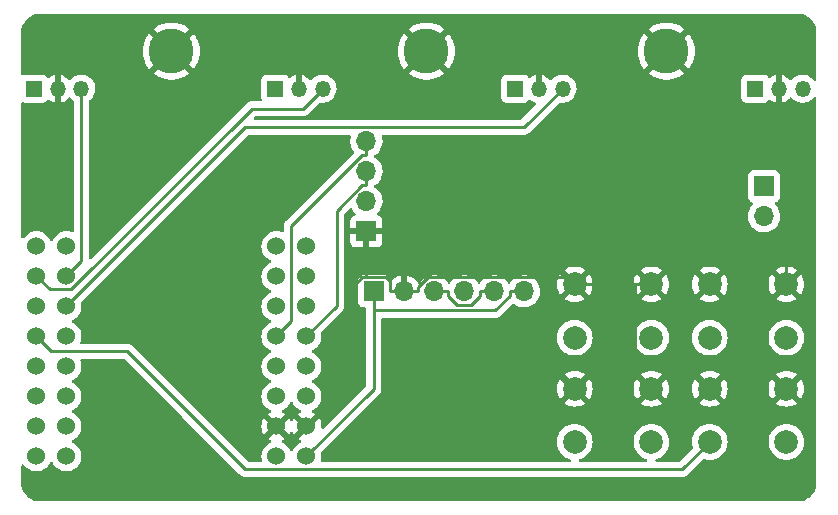
<source format=gbr>
%TF.GenerationSoftware,KiCad,Pcbnew,(6.0.7)*%
%TF.CreationDate,2023-02-03T07:15:45-06:00*%
%TF.ProjectId,LASK4,4c41534b-342e-46b6-9963-61645f706362,rev?*%
%TF.SameCoordinates,Original*%
%TF.FileFunction,Copper,L2,Bot*%
%TF.FilePolarity,Positive*%
%FSLAX46Y46*%
G04 Gerber Fmt 4.6, Leading zero omitted, Abs format (unit mm)*
G04 Created by KiCad (PCBNEW (6.0.7)) date 2023-02-03 07:15:45*
%MOMM*%
%LPD*%
G01*
G04 APERTURE LIST*
%TA.AperFunction,ComponentPad*%
%ADD10C,3.800000*%
%TD*%
%TA.AperFunction,ComponentPad*%
%ADD11R,1.350000X1.350000*%
%TD*%
%TA.AperFunction,ComponentPad*%
%ADD12O,1.350000X1.350000*%
%TD*%
%TA.AperFunction,ComponentPad*%
%ADD13C,2.000000*%
%TD*%
%TA.AperFunction,ComponentPad*%
%ADD14R,1.700000X1.700000*%
%TD*%
%TA.AperFunction,ComponentPad*%
%ADD15O,1.700000X1.700000*%
%TD*%
%TA.AperFunction,ComponentPad*%
%ADD16C,1.524000*%
%TD*%
%TA.AperFunction,ViaPad*%
%ADD17C,0.800000*%
%TD*%
%TA.AperFunction,Conductor*%
%ADD18C,0.250000*%
%TD*%
G04 APERTURE END LIST*
D10*
%TO.P,H5,1,1*%
%TO.N,GND*%
X168910000Y-76200000D03*
%TD*%
D11*
%TO.P,H4,1,VCC*%
%TO.N,+3.3V*%
X196755000Y-79375000D03*
D12*
%TO.P,H4,2,GND*%
%TO.N,GND*%
X198755000Y-79375000D03*
%TO.P,H4,3,Vout*%
%TO.N,/GPIO_5_ADC1_4*%
X200755000Y-79375000D03*
%TD*%
D13*
%TO.P,Select1,1,1*%
%TO.N,GND*%
X192890000Y-95940000D03*
X199390000Y-95940000D03*
%TO.P,Select1,2,2*%
%TO.N,/Select*%
X199390000Y-100440000D03*
X192890000Y-100440000D03*
%TD*%
D14*
%TO.P,S1,1,GND*%
%TO.N,GND*%
X163830000Y-91440000D03*
D15*
%TO.P,S1,2,VCC*%
%TO.N,+5V*%
X163830000Y-88900000D03*
%TO.P,S1,3,SCL*%
%TO.N,/SCL33*%
X163830000Y-86360000D03*
%TO.P,S1,4,SDA*%
%TO.N,/SDA34*%
X163830000Y-83820000D03*
%TD*%
D11*
%TO.P,H2,1,VCC*%
%TO.N,+3.3V*%
X156115000Y-79375000D03*
D12*
%TO.P,H2,2,GND*%
%TO.N,GND*%
X158115000Y-79375000D03*
%TO.P,H2,3,Vout*%
%TO.N,/GPIO_3_ADC1_2*%
X160115000Y-79375000D03*
%TD*%
D11*
%TO.P,H3,1,VCC*%
%TO.N,+3.3V*%
X176435000Y-79375000D03*
D12*
%TO.P,H3,2,GND*%
%TO.N,GND*%
X178435000Y-79375000D03*
%TO.P,H3,3,Vout*%
%TO.N,/GPIO_4_ADC1_3*%
X180435000Y-79375000D03*
%TD*%
D13*
%TO.P,Up1,1,1*%
%TO.N,GND*%
X187960000Y-95940000D03*
X181460000Y-95940000D03*
%TO.P,Up1,2,2*%
%TO.N,/Up*%
X187960000Y-100440000D03*
X181460000Y-100440000D03*
%TD*%
%TO.P,Down1,1,1*%
%TO.N,GND*%
X187960000Y-104775000D03*
X181460000Y-104775000D03*
%TO.P,Down1,2,2*%
%TO.N,/Down*%
X181460000Y-109275000D03*
X187960000Y-109275000D03*
%TD*%
D10*
%TO.P,H7,1,1*%
%TO.N,GND*%
X147320000Y-76200000D03*
%TD*%
%TO.P,H6,1,1*%
%TO.N,GND*%
X189230000Y-76200000D03*
%TD*%
D13*
%TO.P,Start1,1,1*%
%TO.N,GND*%
X199390000Y-104775000D03*
X192890000Y-104775000D03*
%TO.P,Start1,2,2*%
%TO.N,/Start*%
X199390000Y-109275000D03*
X192890000Y-109275000D03*
%TD*%
D11*
%TO.P,H1,1,VCC*%
%TO.N,+3.3V*%
X135700000Y-79375000D03*
D12*
%TO.P,H1,2,GND*%
%TO.N,GND*%
X137700000Y-79375000D03*
%TO.P,H1,3,Vout*%
%TO.N,/GPIO_2_ADC1_1*%
X139700000Y-79375000D03*
%TD*%
D14*
%TO.P,U5,1,VIN*%
%TO.N,+5V*%
X164465000Y-96520000D03*
D15*
%TO.P,U5,2,IN-GND*%
%TO.N,GND*%
X167005000Y-96520000D03*
%TO.P,U5,3,BAT-GND*%
%TO.N,/BatGND*%
X169545000Y-96520000D03*
%TO.P,U5,4,BAT+*%
%TO.N,/BatV3-7*%
X172085000Y-96520000D03*
%TO.P,U5,5,OUT-GND*%
%TO.N,/BatGND*%
X174625000Y-96520000D03*
%TO.P,U5,6,OUT-5V*%
%TO.N,+5V*%
X177165000Y-96520000D03*
%TD*%
D16*
%TO.P,U6,0,EN*%
%TO.N,unconnected-(U6-Pad0)*%
X135890000Y-92710000D03*
%TO.P,U6,1,ADC1_0*%
%TO.N,unconnected-(U6-Pad1)*%
X138430000Y-92710000D03*
%TO.P,U6,2,ADC1_1*%
%TO.N,/GPIO_2_ADC1_1*%
X138430000Y-95250000D03*
%TO.P,U6,3,ADC1_2*%
%TO.N,/GPIO_3_ADC1_2*%
X135890000Y-95250000D03*
%TO.P,U6,4,ADC1_3*%
%TO.N,/GPIO_4_ADC1_3*%
X138430000Y-97790000D03*
%TO.P,U6,5,ADC1_4*%
%TO.N,/GPIO_5_ADC1_4*%
X135890000Y-97790000D03*
%TO.P,U6,6,ADC1_5*%
%TO.N,unconnected-(U6-Pad6)*%
X138430000Y-100330000D03*
%TO.P,U6,7,ADC1_6*%
%TO.N,/Start*%
X135890000Y-100330000D03*
%TO.P,U6,8,ADC1_7*%
%TO.N,/Select*%
X138430000Y-102870000D03*
%TO.P,U6,9,ADC1_8*%
%TO.N,/Down*%
X135890000Y-102870000D03*
%TO.P,U6,10,ADC1_9*%
%TO.N,/Up*%
X138430000Y-105410000D03*
%TO.P,U6,11,ADC2_0*%
%TO.N,unconnected-(U6-Pad11)*%
X135890000Y-105410000D03*
%TO.P,U6,12,ADC2_1*%
%TO.N,unconnected-(U6-Pad12)*%
X135890000Y-107950000D03*
%TO.P,U6,13,ADC2_2*%
%TO.N,unconnected-(U6-Pad13)*%
X138430000Y-107950000D03*
%TO.P,U6,14,ADC2_3*%
%TO.N,unconnected-(U6-Pad14)*%
X138430000Y-110490000D03*
%TO.P,U6,15,ADC2_4*%
%TO.N,unconnected-(U6-Pad15)*%
X156210000Y-110490000D03*
%TO.P,U6,16,ADC2_5*%
%TO.N,unconnected-(U6-Pad16)*%
X158750000Y-105410000D03*
%TO.P,U6,17,ADC2_6*%
%TO.N,unconnected-(U6-Pad17)*%
X156210000Y-105410000D03*
%TO.P,U6,18,ADC2_7*%
%TO.N,unconnected-(U6-Pad18)*%
X158750000Y-102870000D03*
%TO.P,U6,21,21*%
%TO.N,unconnected-(U6-Pad21)*%
X156210000Y-102870000D03*
%TO.P,U6,33,FSPI_HD_io4*%
%TO.N,/SCL33*%
X158750000Y-100330000D03*
%TO.P,U6,34,FSPI_SCO_dqs*%
%TO.N,/SDA34*%
X156210000Y-100330000D03*
%TO.P,U6,35,FSPI_D_io6*%
%TO.N,unconnected-(U6-Pad35)*%
X158750000Y-97790000D03*
%TO.P,U6,36,FSPI_CLK_io7*%
%TO.N,unconnected-(U6-Pad36)*%
X156210000Y-97790000D03*
%TO.P,U6,37,FSPI_Q*%
%TO.N,unconnected-(U6-Pad37)*%
X158750000Y-95250000D03*
%TO.P,U6,38,FSPI_WP*%
%TO.N,unconnected-(U6-Pad38)*%
X156210000Y-95250000D03*
%TO.P,U6,39,CLK3*%
%TO.N,unconnected-(U6-Pad39)*%
X158750000Y-92710000D03*
%TO.P,U6,40,CLK2*%
%TO.N,unconnected-(U6-Pad40)*%
X156210000Y-92710000D03*
%TO.P,U6,129,GND*%
%TO.N,GND*%
X156210000Y-107950000D03*
%TO.P,U6,130,GND*%
X158750000Y-107950000D03*
%TO.P,U6,133,3.3V*%
%TO.N,+3.3V*%
X135890000Y-110490000D03*
%TO.P,U6,150,VBUS*%
%TO.N,+5V*%
X158750000Y-110490000D03*
%TD*%
D14*
%TO.P,J1,1,Pin_1*%
%TO.N,/BatGND*%
X197485000Y-87630000D03*
D15*
%TO.P,J1,2,Pin_2*%
%TO.N,/BatV3-7*%
X197485000Y-90170000D03*
%TD*%
D17*
%TO.N,GND*%
X164465000Y-76200000D03*
X191770000Y-92075000D03*
X170180000Y-109220000D03*
X142875000Y-74930000D03*
X184785000Y-92075000D03*
X184785000Y-75565000D03*
X167640000Y-92075000D03*
X152400000Y-74930000D03*
X170180000Y-104140000D03*
X142240000Y-110490000D03*
X152400000Y-96520000D03*
%TD*%
D18*
%TO.N,GND*%
X163830000Y-95344600D02*
X163830000Y-92615300D01*
X186588900Y-95940000D02*
X187960000Y-95940000D01*
X180837900Y-95317900D02*
X181460000Y-95940000D01*
X169015100Y-95317900D02*
X180837900Y-95317900D01*
X167005000Y-96520000D02*
X167592700Y-96520000D01*
X168180300Y-96520000D02*
X168180300Y-96152700D01*
X163830000Y-91440000D02*
X163830000Y-92615300D01*
X167592700Y-96520000D02*
X168180300Y-96520000D01*
X199390000Y-81010300D02*
X198755000Y-80375300D01*
X163830000Y-95344600D02*
X163462600Y-95344600D01*
X162654700Y-104045300D02*
X158750000Y-107950000D01*
X186588900Y-103403900D02*
X182831100Y-103403900D01*
X198755000Y-79375000D02*
X198755000Y-80375300D01*
X162654700Y-96152500D02*
X162654700Y-104045300D01*
X181460000Y-95940000D02*
X186588900Y-95940000D01*
X182831100Y-103403900D02*
X181460000Y-104775000D01*
X199390000Y-95940000D02*
X199390000Y-81010300D01*
X186588900Y-95940000D02*
X186588900Y-103403900D01*
X165462300Y-95344600D02*
X163830000Y-95344600D01*
X165829700Y-95712000D02*
X165462300Y-95344600D01*
X167005000Y-96520000D02*
X165829700Y-96520000D01*
X186588900Y-103403900D02*
X187960000Y-104775000D01*
X168180300Y-96152700D02*
X169015100Y-95317900D01*
X165829700Y-96520000D02*
X165829700Y-95712000D01*
X163462600Y-95344600D02*
X162654700Y-96152500D01*
%TO.N,/GPIO_2_ADC1_1*%
X138430000Y-95250000D02*
X139700000Y-93980000D01*
X139700000Y-93980000D02*
X139700000Y-79375000D01*
%TO.N,/GPIO_3_ADC1_2*%
X137001200Y-96361200D02*
X138856600Y-96361200D01*
X158436800Y-81053200D02*
X160115000Y-79375000D01*
X154164600Y-81053200D02*
X158436800Y-81053200D01*
X135890000Y-95250000D02*
X137001200Y-96361200D01*
X138856600Y-96361200D02*
X154164600Y-81053200D01*
%TO.N,/GPIO_4_ADC1_3*%
X153584500Y-82635500D02*
X177174500Y-82635500D01*
X177174500Y-82635500D02*
X180435000Y-79375000D01*
X138430000Y-97790000D02*
X153584500Y-82635500D01*
%TO.N,/BatGND*%
X173449700Y-96887300D02*
X172641700Y-97695300D01*
X169545000Y-96520000D02*
X170720300Y-96520000D01*
X172641700Y-97695300D02*
X171528200Y-97695300D01*
X170720300Y-96887400D02*
X170720300Y-96520000D01*
X174625000Y-96520000D02*
X173449700Y-96520000D01*
X173449700Y-96520000D02*
X173449700Y-96887300D01*
X171528200Y-97695300D02*
X170720300Y-96887400D01*
%TO.N,+5V*%
X164465000Y-98149400D02*
X164465000Y-96520000D01*
X175989700Y-96887300D02*
X174727600Y-98149400D01*
X177165000Y-96520000D02*
X175989700Y-96520000D01*
X158750000Y-110490000D02*
X164465000Y-104775000D01*
X174727600Y-98149400D02*
X164465000Y-98149400D01*
X175989700Y-96520000D02*
X175989700Y-96887300D01*
X164465000Y-104775000D02*
X164465000Y-98149400D01*
%TO.N,/SCL33*%
X161303800Y-89694200D02*
X161303800Y-97776200D01*
X163830000Y-87535300D02*
X163462700Y-87535300D01*
X161303800Y-97776200D02*
X158750000Y-100330000D01*
X163462700Y-87535300D02*
X161303800Y-89694200D01*
X163830000Y-86360000D02*
X163830000Y-87535300D01*
%TO.N,/SDA34*%
X157480000Y-99060000D02*
X157480000Y-90978000D01*
X163830000Y-83820000D02*
X163830000Y-84995300D01*
X157480000Y-90978000D02*
X163462700Y-84995300D01*
X156210000Y-100330000D02*
X157480000Y-99060000D01*
X163462700Y-84995300D02*
X163830000Y-84995300D01*
%TO.N,/Start*%
X137160000Y-101600000D02*
X143573300Y-101600000D01*
X190560200Y-111604800D02*
X192890000Y-109275000D01*
X153578100Y-111604800D02*
X190560200Y-111604800D01*
X135890000Y-100330000D02*
X137160000Y-101600000D01*
X143573300Y-101600000D02*
X153578100Y-111604800D01*
%TD*%
%TA.AperFunction,Conductor*%
%TO.N,GND*%
G36*
X200739225Y-73031687D02*
G01*
X200794600Y-73050484D01*
X200809827Y-73056791D01*
X201033342Y-73167016D01*
X201047616Y-73175257D01*
X201254829Y-73313713D01*
X201267905Y-73323746D01*
X201455278Y-73488068D01*
X201466932Y-73499722D01*
X201631254Y-73687095D01*
X201641287Y-73700171D01*
X201779743Y-73907384D01*
X201787984Y-73921658D01*
X201898209Y-74145173D01*
X201904516Y-74160400D01*
X201923313Y-74215775D01*
X201930000Y-74256276D01*
X201930000Y-78591029D01*
X201909998Y-78659150D01*
X201856342Y-78705643D01*
X201786068Y-78715747D01*
X201721488Y-78686253D01*
X201703042Y-78666418D01*
X201641733Y-78584315D01*
X201641732Y-78584314D01*
X201638280Y-78579691D01*
X201544735Y-78493219D01*
X201482796Y-78435963D01*
X201482793Y-78435961D01*
X201478556Y-78432044D01*
X201294599Y-78315976D01*
X201092572Y-78235376D01*
X200879239Y-78192941D01*
X200873464Y-78192865D01*
X200873460Y-78192865D01*
X200764419Y-78191438D01*
X200661746Y-78190094D01*
X200656049Y-78191073D01*
X200656048Y-78191073D01*
X200453065Y-78225952D01*
X200453062Y-78225953D01*
X200447375Y-78226930D01*
X200243307Y-78302214D01*
X200056376Y-78413427D01*
X199892842Y-78556842D01*
X199889270Y-78561373D01*
X199854688Y-78605240D01*
X199796807Y-78646353D01*
X199725887Y-78649647D01*
X199664444Y-78614075D01*
X199654780Y-78602622D01*
X199641364Y-78584655D01*
X199633671Y-78576111D01*
X199482490Y-78436361D01*
X199473365Y-78429360D01*
X199299255Y-78319505D01*
X199289008Y-78314284D01*
X199097793Y-78237997D01*
X199086767Y-78234730D01*
X199026770Y-78222797D01*
X199013894Y-78223949D01*
X199009000Y-78239102D01*
X199009000Y-80515512D01*
X199012966Y-80529018D01*
X199026883Y-80531011D01*
X199037817Y-80528386D01*
X199232763Y-80462210D01*
X199243272Y-80457531D01*
X199422882Y-80356944D01*
X199432375Y-80350420D01*
X199590653Y-80218782D01*
X199598782Y-80210653D01*
X199654923Y-80143151D01*
X199713861Y-80103567D01*
X199784843Y-80102131D01*
X199847607Y-80141888D01*
X199847868Y-80142193D01*
X199851204Y-80146914D01*
X200007009Y-80298692D01*
X200187863Y-80419536D01*
X200193171Y-80421817D01*
X200193172Y-80421817D01*
X200382409Y-80503119D01*
X200382412Y-80503120D01*
X200387712Y-80505397D01*
X200393342Y-80506671D01*
X200500908Y-80531011D01*
X200599860Y-80553402D01*
X200605631Y-80553629D01*
X200605633Y-80553629D01*
X200678620Y-80556496D01*
X200817205Y-80561941D01*
X201032466Y-80530730D01*
X201037930Y-80528875D01*
X201037935Y-80528874D01*
X201232963Y-80462671D01*
X201232968Y-80462669D01*
X201238435Y-80460813D01*
X201244296Y-80457531D01*
X201312140Y-80419536D01*
X201428213Y-80354532D01*
X201595446Y-80215446D01*
X201707126Y-80081165D01*
X201766063Y-80041581D01*
X201837045Y-80040144D01*
X201897536Y-80077312D01*
X201928329Y-80141283D01*
X201930000Y-80161734D01*
X201930000Y-113068724D01*
X201923313Y-113109225D01*
X201904516Y-113164600D01*
X201898209Y-113179827D01*
X201787984Y-113403342D01*
X201779743Y-113417616D01*
X201641287Y-113624829D01*
X201631254Y-113637905D01*
X201466932Y-113825278D01*
X201455278Y-113836932D01*
X201267905Y-114001254D01*
X201254829Y-114011287D01*
X201047616Y-114149743D01*
X201033342Y-114157984D01*
X200809827Y-114268209D01*
X200794600Y-114274516D01*
X200739225Y-114293313D01*
X200698724Y-114300000D01*
X135851276Y-114300000D01*
X135810775Y-114293313D01*
X135755400Y-114274516D01*
X135740173Y-114268209D01*
X135516658Y-114157984D01*
X135502384Y-114149743D01*
X135295171Y-114011287D01*
X135282095Y-114001254D01*
X135094722Y-113836932D01*
X135083068Y-113825278D01*
X134918746Y-113637905D01*
X134908713Y-113624829D01*
X134770257Y-113417616D01*
X134762016Y-113403342D01*
X134651791Y-113179827D01*
X134645484Y-113164600D01*
X134626687Y-113109225D01*
X134620000Y-113068724D01*
X134620000Y-111290922D01*
X134640002Y-111222801D01*
X134693658Y-111176308D01*
X134763932Y-111166204D01*
X134828512Y-111195698D01*
X134849213Y-111218651D01*
X134899818Y-111290922D01*
X134913023Y-111309781D01*
X135070219Y-111466977D01*
X135074727Y-111470134D01*
X135074730Y-111470136D01*
X135150495Y-111523187D01*
X135252323Y-111594488D01*
X135257305Y-111596811D01*
X135257310Y-111596814D01*
X135448822Y-111686117D01*
X135453804Y-111688440D01*
X135459112Y-111689862D01*
X135459114Y-111689863D01*
X135524949Y-111707503D01*
X135668537Y-111745978D01*
X135890000Y-111765353D01*
X136111463Y-111745978D01*
X136255051Y-111707503D01*
X136320886Y-111689863D01*
X136320888Y-111689862D01*
X136326196Y-111688440D01*
X136331178Y-111686117D01*
X136522690Y-111596814D01*
X136522695Y-111596811D01*
X136527677Y-111594488D01*
X136629505Y-111523187D01*
X136705270Y-111470136D01*
X136705273Y-111470134D01*
X136709781Y-111466977D01*
X136866977Y-111309781D01*
X136880183Y-111290922D01*
X136991331Y-111132185D01*
X136991332Y-111132183D01*
X136994488Y-111127676D01*
X136996811Y-111122694D01*
X136996814Y-111122689D01*
X137045805Y-111017627D01*
X137092723Y-110964342D01*
X137161000Y-110944881D01*
X137228960Y-110965423D01*
X137274195Y-111017627D01*
X137323186Y-111122689D01*
X137323189Y-111122694D01*
X137325512Y-111127676D01*
X137328668Y-111132183D01*
X137328669Y-111132185D01*
X137439818Y-111290922D01*
X137453023Y-111309781D01*
X137610219Y-111466977D01*
X137614727Y-111470134D01*
X137614730Y-111470136D01*
X137690495Y-111523187D01*
X137792323Y-111594488D01*
X137797305Y-111596811D01*
X137797310Y-111596814D01*
X137988822Y-111686117D01*
X137993804Y-111688440D01*
X137999112Y-111689862D01*
X137999114Y-111689863D01*
X138064949Y-111707503D01*
X138208537Y-111745978D01*
X138430000Y-111765353D01*
X138651463Y-111745978D01*
X138795051Y-111707503D01*
X138860886Y-111689863D01*
X138860888Y-111689862D01*
X138866196Y-111688440D01*
X138871178Y-111686117D01*
X139062690Y-111596814D01*
X139062695Y-111596811D01*
X139067677Y-111594488D01*
X139169505Y-111523187D01*
X139245270Y-111470136D01*
X139245273Y-111470134D01*
X139249781Y-111466977D01*
X139406977Y-111309781D01*
X139420183Y-111290922D01*
X139531331Y-111132185D01*
X139531332Y-111132183D01*
X139534488Y-111127676D01*
X139536811Y-111122694D01*
X139536814Y-111122689D01*
X139626117Y-110931178D01*
X139626118Y-110931177D01*
X139628440Y-110926196D01*
X139685978Y-110711463D01*
X139705353Y-110490000D01*
X139685978Y-110268537D01*
X139628440Y-110053804D01*
X139583481Y-109957389D01*
X139536814Y-109857311D01*
X139536811Y-109857306D01*
X139534488Y-109852324D01*
X139531331Y-109847815D01*
X139410136Y-109674730D01*
X139410134Y-109674727D01*
X139406977Y-109670219D01*
X139249781Y-109513023D01*
X139245273Y-109509866D01*
X139245270Y-109509864D01*
X139169505Y-109456813D01*
X139067677Y-109385512D01*
X139062695Y-109383189D01*
X139062690Y-109383186D01*
X138957627Y-109334195D01*
X138904342Y-109287278D01*
X138884881Y-109219001D01*
X138905423Y-109151041D01*
X138957627Y-109105805D01*
X139062690Y-109056814D01*
X139062695Y-109056811D01*
X139067677Y-109054488D01*
X139169505Y-108983187D01*
X139245270Y-108930136D01*
X139245273Y-108930134D01*
X139249781Y-108926977D01*
X139406977Y-108769781D01*
X139420183Y-108750922D01*
X139531331Y-108592185D01*
X139531332Y-108592183D01*
X139534488Y-108587676D01*
X139536811Y-108582694D01*
X139536814Y-108582689D01*
X139626117Y-108391178D01*
X139626118Y-108391177D01*
X139628440Y-108386196D01*
X139685978Y-108171463D01*
X139705353Y-107950000D01*
X139685978Y-107728537D01*
X139628440Y-107513804D01*
X139585805Y-107422373D01*
X139536814Y-107317311D01*
X139536811Y-107317306D01*
X139534488Y-107312324D01*
X139531331Y-107307815D01*
X139410136Y-107134730D01*
X139410134Y-107134727D01*
X139406977Y-107130219D01*
X139249781Y-106973023D01*
X139245273Y-106969866D01*
X139245270Y-106969864D01*
X139169505Y-106916813D01*
X139067677Y-106845512D01*
X139062695Y-106843189D01*
X139062690Y-106843186D01*
X138957627Y-106794195D01*
X138904342Y-106747278D01*
X138884881Y-106679001D01*
X138905423Y-106611041D01*
X138957627Y-106565805D01*
X139062690Y-106516814D01*
X139062695Y-106516811D01*
X139067677Y-106514488D01*
X139169505Y-106443187D01*
X139245270Y-106390136D01*
X139245273Y-106390134D01*
X139249781Y-106386977D01*
X139406977Y-106229781D01*
X139420183Y-106210922D01*
X139531331Y-106052185D01*
X139531332Y-106052183D01*
X139534488Y-106047676D01*
X139536811Y-106042694D01*
X139536814Y-106042689D01*
X139626117Y-105851178D01*
X139626118Y-105851177D01*
X139628440Y-105846196D01*
X139685978Y-105631463D01*
X139705353Y-105410000D01*
X139685978Y-105188537D01*
X139628440Y-104973804D01*
X139610148Y-104934577D01*
X139536814Y-104777311D01*
X139536811Y-104777306D01*
X139534488Y-104772324D01*
X139511281Y-104739181D01*
X139410136Y-104594730D01*
X139410134Y-104594727D01*
X139406977Y-104590219D01*
X139249781Y-104433023D01*
X139245273Y-104429866D01*
X139245270Y-104429864D01*
X139077475Y-104312373D01*
X139067677Y-104305512D01*
X139062695Y-104303189D01*
X139062690Y-104303186D01*
X138957627Y-104254195D01*
X138904342Y-104207278D01*
X138884881Y-104139001D01*
X138905423Y-104071041D01*
X138957627Y-104025805D01*
X139062690Y-103976814D01*
X139062695Y-103976811D01*
X139067677Y-103974488D01*
X139169505Y-103903187D01*
X139245270Y-103850136D01*
X139245273Y-103850134D01*
X139249781Y-103846977D01*
X139406977Y-103689781D01*
X139420183Y-103670922D01*
X139531331Y-103512185D01*
X139531332Y-103512183D01*
X139534488Y-103507676D01*
X139536811Y-103502694D01*
X139536814Y-103502689D01*
X139626117Y-103311178D01*
X139626118Y-103311177D01*
X139628440Y-103306196D01*
X139685978Y-103091463D01*
X139705353Y-102870000D01*
X139685978Y-102648537D01*
X139628440Y-102433804D01*
X139618623Y-102412751D01*
X139607961Y-102342560D01*
X139636940Y-102277747D01*
X139696359Y-102238890D01*
X139732817Y-102233500D01*
X143258706Y-102233500D01*
X143326827Y-102253502D01*
X143347801Y-102270405D01*
X148212125Y-107134730D01*
X153074448Y-111997053D01*
X153081988Y-112005339D01*
X153086100Y-112011818D01*
X153091877Y-112017243D01*
X153135751Y-112058443D01*
X153138593Y-112061198D01*
X153158330Y-112080935D01*
X153161527Y-112083415D01*
X153170547Y-112091118D01*
X153202779Y-112121386D01*
X153209725Y-112125205D01*
X153209728Y-112125207D01*
X153220534Y-112131148D01*
X153237053Y-112141999D01*
X153253059Y-112154414D01*
X153260328Y-112157559D01*
X153260332Y-112157562D01*
X153293637Y-112171974D01*
X153304287Y-112177191D01*
X153343040Y-112198495D01*
X153350715Y-112200466D01*
X153350716Y-112200466D01*
X153362662Y-112203533D01*
X153381367Y-112209937D01*
X153399955Y-112217981D01*
X153407778Y-112219220D01*
X153407788Y-112219223D01*
X153443624Y-112224899D01*
X153455244Y-112227305D01*
X153487059Y-112235473D01*
X153498070Y-112238300D01*
X153518324Y-112238300D01*
X153538034Y-112239851D01*
X153558043Y-112243020D01*
X153565935Y-112242274D01*
X153584680Y-112240502D01*
X153602062Y-112238859D01*
X153613919Y-112238300D01*
X190481433Y-112238300D01*
X190492616Y-112238827D01*
X190500109Y-112240502D01*
X190508035Y-112240253D01*
X190508036Y-112240253D01*
X190568186Y-112238362D01*
X190572145Y-112238300D01*
X190600056Y-112238300D01*
X190603991Y-112237803D01*
X190604056Y-112237795D01*
X190615893Y-112236862D01*
X190648151Y-112235848D01*
X190652170Y-112235722D01*
X190660089Y-112235473D01*
X190679543Y-112229821D01*
X190698900Y-112225813D01*
X190711130Y-112224268D01*
X190711131Y-112224268D01*
X190718997Y-112223274D01*
X190726368Y-112220355D01*
X190726370Y-112220355D01*
X190760112Y-112206996D01*
X190771342Y-112203151D01*
X190806183Y-112193029D01*
X190806184Y-112193029D01*
X190813793Y-112190818D01*
X190820612Y-112186785D01*
X190820617Y-112186783D01*
X190831228Y-112180507D01*
X190848976Y-112171812D01*
X190867817Y-112164352D01*
X190903587Y-112138364D01*
X190913507Y-112131848D01*
X190944735Y-112113380D01*
X190944738Y-112113378D01*
X190951562Y-112109342D01*
X190965883Y-112095021D01*
X190980917Y-112082180D01*
X190990894Y-112074931D01*
X190997307Y-112070272D01*
X191025498Y-112036195D01*
X191033488Y-112027416D01*
X192311541Y-110749364D01*
X192373853Y-110715338D01*
X192430049Y-110715940D01*
X192482896Y-110728627D01*
X192648476Y-110768380D01*
X192648482Y-110768381D01*
X192653289Y-110769535D01*
X192890000Y-110788165D01*
X193126711Y-110769535D01*
X193131518Y-110768381D01*
X193131524Y-110768380D01*
X193277391Y-110733360D01*
X193357594Y-110714105D01*
X193362167Y-110712211D01*
X193572389Y-110625135D01*
X193572393Y-110625133D01*
X193576963Y-110623240D01*
X193581183Y-110620654D01*
X193775202Y-110501759D01*
X193775208Y-110501755D01*
X193779416Y-110499176D01*
X193959969Y-110344969D01*
X194114176Y-110164416D01*
X194116755Y-110160208D01*
X194116759Y-110160202D01*
X194235654Y-109966183D01*
X194238240Y-109961963D01*
X194285522Y-109847815D01*
X194327211Y-109747167D01*
X194327212Y-109747165D01*
X194329105Y-109742594D01*
X194348360Y-109662391D01*
X194383380Y-109516524D01*
X194383381Y-109516518D01*
X194384535Y-109511711D01*
X194403165Y-109275000D01*
X197876835Y-109275000D01*
X197895465Y-109511711D01*
X197896619Y-109516518D01*
X197896620Y-109516524D01*
X197931640Y-109662391D01*
X197950895Y-109742594D01*
X197952788Y-109747165D01*
X197952789Y-109747167D01*
X197994479Y-109847815D01*
X198041760Y-109961963D01*
X198044346Y-109966183D01*
X198163241Y-110160202D01*
X198163245Y-110160208D01*
X198165824Y-110164416D01*
X198320031Y-110344969D01*
X198500584Y-110499176D01*
X198504792Y-110501755D01*
X198504798Y-110501759D01*
X198698817Y-110620654D01*
X198703037Y-110623240D01*
X198707607Y-110625133D01*
X198707611Y-110625135D01*
X198917833Y-110712211D01*
X198922406Y-110714105D01*
X199002609Y-110733360D01*
X199148476Y-110768380D01*
X199148482Y-110768381D01*
X199153289Y-110769535D01*
X199390000Y-110788165D01*
X199626711Y-110769535D01*
X199631518Y-110768381D01*
X199631524Y-110768380D01*
X199777391Y-110733360D01*
X199857594Y-110714105D01*
X199862167Y-110712211D01*
X200072389Y-110625135D01*
X200072393Y-110625133D01*
X200076963Y-110623240D01*
X200081183Y-110620654D01*
X200275202Y-110501759D01*
X200275208Y-110501755D01*
X200279416Y-110499176D01*
X200459969Y-110344969D01*
X200614176Y-110164416D01*
X200616755Y-110160208D01*
X200616759Y-110160202D01*
X200735654Y-109966183D01*
X200738240Y-109961963D01*
X200785522Y-109847815D01*
X200827211Y-109747167D01*
X200827212Y-109747165D01*
X200829105Y-109742594D01*
X200848360Y-109662391D01*
X200883380Y-109516524D01*
X200883381Y-109516518D01*
X200884535Y-109511711D01*
X200903165Y-109275000D01*
X200884535Y-109038289D01*
X200877679Y-109009729D01*
X200830260Y-108812218D01*
X200829105Y-108807406D01*
X200827211Y-108802833D01*
X200740135Y-108592611D01*
X200740133Y-108592607D01*
X200738240Y-108588037D01*
X200734811Y-108582441D01*
X200616759Y-108389798D01*
X200616755Y-108389792D01*
X200614176Y-108385584D01*
X200459969Y-108205031D01*
X200279416Y-108050824D01*
X200275208Y-108048245D01*
X200275202Y-108048241D01*
X200081183Y-107929346D01*
X200076963Y-107926760D01*
X200072393Y-107924867D01*
X200072389Y-107924865D01*
X199862167Y-107837789D01*
X199862165Y-107837788D01*
X199857594Y-107835895D01*
X199777391Y-107816640D01*
X199631524Y-107781620D01*
X199631518Y-107781619D01*
X199626711Y-107780465D01*
X199390000Y-107761835D01*
X199153289Y-107780465D01*
X199148482Y-107781619D01*
X199148476Y-107781620D01*
X199002609Y-107816640D01*
X198922406Y-107835895D01*
X198917835Y-107837788D01*
X198917833Y-107837789D01*
X198707611Y-107924865D01*
X198707607Y-107924867D01*
X198703037Y-107926760D01*
X198698817Y-107929346D01*
X198504798Y-108048241D01*
X198504792Y-108048245D01*
X198500584Y-108050824D01*
X198320031Y-108205031D01*
X198165824Y-108385584D01*
X198163245Y-108389792D01*
X198163241Y-108389798D01*
X198045189Y-108582441D01*
X198041760Y-108588037D01*
X198039867Y-108592607D01*
X198039865Y-108592611D01*
X197952789Y-108802833D01*
X197950895Y-108807406D01*
X197949740Y-108812218D01*
X197902322Y-109009729D01*
X197895465Y-109038289D01*
X197876835Y-109275000D01*
X194403165Y-109275000D01*
X194384535Y-109038289D01*
X194377679Y-109009729D01*
X194330260Y-108812218D01*
X194329105Y-108807406D01*
X194327211Y-108802833D01*
X194240135Y-108592611D01*
X194240133Y-108592607D01*
X194238240Y-108588037D01*
X194234811Y-108582441D01*
X194116759Y-108389798D01*
X194116755Y-108389792D01*
X194114176Y-108385584D01*
X193959969Y-108205031D01*
X193779416Y-108050824D01*
X193775208Y-108048245D01*
X193775202Y-108048241D01*
X193581183Y-107929346D01*
X193576963Y-107926760D01*
X193572393Y-107924867D01*
X193572389Y-107924865D01*
X193362167Y-107837789D01*
X193362165Y-107837788D01*
X193357594Y-107835895D01*
X193277391Y-107816640D01*
X193131524Y-107781620D01*
X193131518Y-107781619D01*
X193126711Y-107780465D01*
X192890000Y-107761835D01*
X192653289Y-107780465D01*
X192648482Y-107781619D01*
X192648476Y-107781620D01*
X192502609Y-107816640D01*
X192422406Y-107835895D01*
X192417835Y-107837788D01*
X192417833Y-107837789D01*
X192207611Y-107924865D01*
X192207607Y-107924867D01*
X192203037Y-107926760D01*
X192198817Y-107929346D01*
X192004798Y-108048241D01*
X192004792Y-108048245D01*
X192000584Y-108050824D01*
X191820031Y-108205031D01*
X191665824Y-108385584D01*
X191663245Y-108389792D01*
X191663241Y-108389798D01*
X191545189Y-108582441D01*
X191541760Y-108588037D01*
X191539867Y-108592607D01*
X191539865Y-108592611D01*
X191452789Y-108802833D01*
X191450895Y-108807406D01*
X191449740Y-108812218D01*
X191402322Y-109009729D01*
X191395465Y-109038289D01*
X191376835Y-109275000D01*
X191395465Y-109511711D01*
X191396619Y-109516518D01*
X191396620Y-109516524D01*
X191449060Y-109734951D01*
X191445513Y-109805859D01*
X191415636Y-109853460D01*
X190334700Y-110934395D01*
X190272388Y-110968421D01*
X190245605Y-110971300D01*
X188420870Y-110971300D01*
X188352749Y-110951298D01*
X188306256Y-110897642D01*
X188296152Y-110827368D01*
X188325646Y-110762788D01*
X188391456Y-110722781D01*
X188396570Y-110721553D01*
X188427594Y-110714105D01*
X188432167Y-110712211D01*
X188642389Y-110625135D01*
X188642393Y-110625133D01*
X188646963Y-110623240D01*
X188651183Y-110620654D01*
X188845202Y-110501759D01*
X188845208Y-110501755D01*
X188849416Y-110499176D01*
X189029969Y-110344969D01*
X189184176Y-110164416D01*
X189186755Y-110160208D01*
X189186759Y-110160202D01*
X189305654Y-109966183D01*
X189308240Y-109961963D01*
X189355522Y-109847815D01*
X189397211Y-109747167D01*
X189397212Y-109747165D01*
X189399105Y-109742594D01*
X189418360Y-109662391D01*
X189453380Y-109516524D01*
X189453381Y-109516518D01*
X189454535Y-109511711D01*
X189473165Y-109275000D01*
X189454535Y-109038289D01*
X189447679Y-109009729D01*
X189400260Y-108812218D01*
X189399105Y-108807406D01*
X189397211Y-108802833D01*
X189310135Y-108592611D01*
X189310133Y-108592607D01*
X189308240Y-108588037D01*
X189304811Y-108582441D01*
X189186759Y-108389798D01*
X189186755Y-108389792D01*
X189184176Y-108385584D01*
X189029969Y-108205031D01*
X188849416Y-108050824D01*
X188845208Y-108048245D01*
X188845202Y-108048241D01*
X188651183Y-107929346D01*
X188646963Y-107926760D01*
X188642393Y-107924867D01*
X188642389Y-107924865D01*
X188432167Y-107837789D01*
X188432165Y-107837788D01*
X188427594Y-107835895D01*
X188347391Y-107816640D01*
X188201524Y-107781620D01*
X188201518Y-107781619D01*
X188196711Y-107780465D01*
X187960000Y-107761835D01*
X187723289Y-107780465D01*
X187718482Y-107781619D01*
X187718476Y-107781620D01*
X187572609Y-107816640D01*
X187492406Y-107835895D01*
X187487835Y-107837788D01*
X187487833Y-107837789D01*
X187277611Y-107924865D01*
X187277607Y-107924867D01*
X187273037Y-107926760D01*
X187268817Y-107929346D01*
X187074798Y-108048241D01*
X187074792Y-108048245D01*
X187070584Y-108050824D01*
X186890031Y-108205031D01*
X186735824Y-108385584D01*
X186733245Y-108389792D01*
X186733241Y-108389798D01*
X186615189Y-108582441D01*
X186611760Y-108588037D01*
X186609867Y-108592607D01*
X186609865Y-108592611D01*
X186522789Y-108802833D01*
X186520895Y-108807406D01*
X186519740Y-108812218D01*
X186472322Y-109009729D01*
X186465465Y-109038289D01*
X186446835Y-109275000D01*
X186465465Y-109511711D01*
X186466619Y-109516518D01*
X186466620Y-109516524D01*
X186501640Y-109662391D01*
X186520895Y-109742594D01*
X186522788Y-109747165D01*
X186522789Y-109747167D01*
X186564479Y-109847815D01*
X186611760Y-109961963D01*
X186614346Y-109966183D01*
X186733241Y-110160202D01*
X186733245Y-110160208D01*
X186735824Y-110164416D01*
X186890031Y-110344969D01*
X187070584Y-110499176D01*
X187074792Y-110501755D01*
X187074798Y-110501759D01*
X187268817Y-110620654D01*
X187273037Y-110623240D01*
X187277607Y-110625133D01*
X187277611Y-110625135D01*
X187487833Y-110712211D01*
X187492406Y-110714105D01*
X187523430Y-110721553D01*
X187528544Y-110722781D01*
X187590113Y-110758133D01*
X187622796Y-110821160D01*
X187616215Y-110891851D01*
X187572461Y-110947762D01*
X187499130Y-110971300D01*
X181920870Y-110971300D01*
X181852749Y-110951298D01*
X181806256Y-110897642D01*
X181796152Y-110827368D01*
X181825646Y-110762788D01*
X181891456Y-110722781D01*
X181896570Y-110721553D01*
X181927594Y-110714105D01*
X181932167Y-110712211D01*
X182142389Y-110625135D01*
X182142393Y-110625133D01*
X182146963Y-110623240D01*
X182151183Y-110620654D01*
X182345202Y-110501759D01*
X182345208Y-110501755D01*
X182349416Y-110499176D01*
X182529969Y-110344969D01*
X182684176Y-110164416D01*
X182686755Y-110160208D01*
X182686759Y-110160202D01*
X182805654Y-109966183D01*
X182808240Y-109961963D01*
X182855522Y-109847815D01*
X182897211Y-109747167D01*
X182897212Y-109747165D01*
X182899105Y-109742594D01*
X182918360Y-109662391D01*
X182953380Y-109516524D01*
X182953381Y-109516518D01*
X182954535Y-109511711D01*
X182973165Y-109275000D01*
X182954535Y-109038289D01*
X182947679Y-109009729D01*
X182900260Y-108812218D01*
X182899105Y-108807406D01*
X182897211Y-108802833D01*
X182810135Y-108592611D01*
X182810133Y-108592607D01*
X182808240Y-108588037D01*
X182804811Y-108582441D01*
X182686759Y-108389798D01*
X182686755Y-108389792D01*
X182684176Y-108385584D01*
X182529969Y-108205031D01*
X182349416Y-108050824D01*
X182345208Y-108048245D01*
X182345202Y-108048241D01*
X182151183Y-107929346D01*
X182146963Y-107926760D01*
X182142393Y-107924867D01*
X182142389Y-107924865D01*
X181932167Y-107837789D01*
X181932165Y-107837788D01*
X181927594Y-107835895D01*
X181847391Y-107816640D01*
X181701524Y-107781620D01*
X181701518Y-107781619D01*
X181696711Y-107780465D01*
X181460000Y-107761835D01*
X181223289Y-107780465D01*
X181218482Y-107781619D01*
X181218476Y-107781620D01*
X181072609Y-107816640D01*
X180992406Y-107835895D01*
X180987835Y-107837788D01*
X180987833Y-107837789D01*
X180777611Y-107924865D01*
X180777607Y-107924867D01*
X180773037Y-107926760D01*
X180768817Y-107929346D01*
X180574798Y-108048241D01*
X180574792Y-108048245D01*
X180570584Y-108050824D01*
X180390031Y-108205031D01*
X180235824Y-108385584D01*
X180233245Y-108389792D01*
X180233241Y-108389798D01*
X180115189Y-108582441D01*
X180111760Y-108588037D01*
X180109867Y-108592607D01*
X180109865Y-108592611D01*
X180022789Y-108802833D01*
X180020895Y-108807406D01*
X180019740Y-108812218D01*
X179972322Y-109009729D01*
X179965465Y-109038289D01*
X179946835Y-109275000D01*
X179965465Y-109511711D01*
X179966619Y-109516518D01*
X179966620Y-109516524D01*
X180001640Y-109662391D01*
X180020895Y-109742594D01*
X180022788Y-109747165D01*
X180022789Y-109747167D01*
X180064479Y-109847815D01*
X180111760Y-109961963D01*
X180114346Y-109966183D01*
X180233241Y-110160202D01*
X180233245Y-110160208D01*
X180235824Y-110164416D01*
X180390031Y-110344969D01*
X180570584Y-110499176D01*
X180574792Y-110501755D01*
X180574798Y-110501759D01*
X180768817Y-110620654D01*
X180773037Y-110623240D01*
X180777607Y-110625133D01*
X180777611Y-110625135D01*
X180987833Y-110712211D01*
X180992406Y-110714105D01*
X181023430Y-110721553D01*
X181028544Y-110722781D01*
X181090113Y-110758133D01*
X181122796Y-110821160D01*
X181116215Y-110891851D01*
X181072461Y-110947762D01*
X180999130Y-110971300D01*
X160100561Y-110971300D01*
X160032440Y-110951298D01*
X159985947Y-110897642D01*
X159975843Y-110827368D01*
X159978855Y-110812688D01*
X160004553Y-110716784D01*
X160004554Y-110716776D01*
X160005978Y-110711463D01*
X160025353Y-110490000D01*
X160005978Y-110268537D01*
X159995514Y-110229484D01*
X159997204Y-110158507D01*
X160028126Y-110107778D01*
X164128234Y-106007670D01*
X180592160Y-106007670D01*
X180597887Y-106015320D01*
X180769042Y-106120205D01*
X180777837Y-106124687D01*
X180987988Y-106211734D01*
X180997373Y-106214783D01*
X181218554Y-106267885D01*
X181228301Y-106269428D01*
X181455070Y-106287275D01*
X181464930Y-106287275D01*
X181691699Y-106269428D01*
X181701446Y-106267885D01*
X181922627Y-106214783D01*
X181932012Y-106211734D01*
X182142163Y-106124687D01*
X182150958Y-106120205D01*
X182318445Y-106017568D01*
X182327400Y-106007670D01*
X187092160Y-106007670D01*
X187097887Y-106015320D01*
X187269042Y-106120205D01*
X187277837Y-106124687D01*
X187487988Y-106211734D01*
X187497373Y-106214783D01*
X187718554Y-106267885D01*
X187728301Y-106269428D01*
X187955070Y-106287275D01*
X187964930Y-106287275D01*
X188191699Y-106269428D01*
X188201446Y-106267885D01*
X188422627Y-106214783D01*
X188432012Y-106211734D01*
X188642163Y-106124687D01*
X188650958Y-106120205D01*
X188818445Y-106017568D01*
X188827400Y-106007670D01*
X192022160Y-106007670D01*
X192027887Y-106015320D01*
X192199042Y-106120205D01*
X192207837Y-106124687D01*
X192417988Y-106211734D01*
X192427373Y-106214783D01*
X192648554Y-106267885D01*
X192658301Y-106269428D01*
X192885070Y-106287275D01*
X192894930Y-106287275D01*
X193121699Y-106269428D01*
X193131446Y-106267885D01*
X193352627Y-106214783D01*
X193362012Y-106211734D01*
X193572163Y-106124687D01*
X193580958Y-106120205D01*
X193748445Y-106017568D01*
X193757400Y-106007670D01*
X198522160Y-106007670D01*
X198527887Y-106015320D01*
X198699042Y-106120205D01*
X198707837Y-106124687D01*
X198917988Y-106211734D01*
X198927373Y-106214783D01*
X199148554Y-106267885D01*
X199158301Y-106269428D01*
X199385070Y-106287275D01*
X199394930Y-106287275D01*
X199621699Y-106269428D01*
X199631446Y-106267885D01*
X199852627Y-106214783D01*
X199862012Y-106211734D01*
X200072163Y-106124687D01*
X200080958Y-106120205D01*
X200248445Y-106017568D01*
X200257907Y-106007110D01*
X200254124Y-105998334D01*
X199402812Y-105147022D01*
X199388868Y-105139408D01*
X199387035Y-105139539D01*
X199380420Y-105143790D01*
X198528920Y-105995290D01*
X198522160Y-106007670D01*
X193757400Y-106007670D01*
X193757907Y-106007110D01*
X193754124Y-105998334D01*
X192902812Y-105147022D01*
X192888868Y-105139408D01*
X192887035Y-105139539D01*
X192880420Y-105143790D01*
X192028920Y-105995290D01*
X192022160Y-106007670D01*
X188827400Y-106007670D01*
X188827907Y-106007110D01*
X188824124Y-105998334D01*
X187972812Y-105147022D01*
X187958868Y-105139408D01*
X187957035Y-105139539D01*
X187950420Y-105143790D01*
X187098920Y-105995290D01*
X187092160Y-106007670D01*
X182327400Y-106007670D01*
X182327907Y-106007110D01*
X182324124Y-105998334D01*
X181472812Y-105147022D01*
X181458868Y-105139408D01*
X181457035Y-105139539D01*
X181450420Y-105143790D01*
X180598920Y-105995290D01*
X180592160Y-106007670D01*
X164128234Y-106007670D01*
X164857247Y-105278657D01*
X164865537Y-105271113D01*
X164872018Y-105267000D01*
X164918659Y-105217332D01*
X164921413Y-105214491D01*
X164941135Y-105194769D01*
X164943612Y-105191576D01*
X164951317Y-105182555D01*
X164976159Y-105156100D01*
X164981586Y-105150321D01*
X164985407Y-105143371D01*
X164991346Y-105132568D01*
X165002202Y-105116041D01*
X165009757Y-105106302D01*
X165009758Y-105106300D01*
X165014614Y-105100040D01*
X165032174Y-105059460D01*
X165037391Y-105048812D01*
X165054875Y-105017009D01*
X165054876Y-105017007D01*
X165058695Y-105010060D01*
X165063733Y-104990437D01*
X165070137Y-104971734D01*
X165075033Y-104960420D01*
X165075033Y-104960419D01*
X165078181Y-104953145D01*
X165079420Y-104945322D01*
X165079423Y-104945312D01*
X165085099Y-104909476D01*
X165087505Y-104897856D01*
X165096528Y-104862711D01*
X165096528Y-104862710D01*
X165098500Y-104855030D01*
X165098500Y-104834776D01*
X165100051Y-104815065D01*
X165101980Y-104802886D01*
X165103220Y-104795057D01*
X165101790Y-104779930D01*
X179947725Y-104779930D01*
X179965572Y-105006699D01*
X179967115Y-105016446D01*
X180020217Y-105237627D01*
X180023266Y-105247012D01*
X180110313Y-105457163D01*
X180114795Y-105465958D01*
X180217432Y-105633445D01*
X180227890Y-105642907D01*
X180236666Y-105639124D01*
X181087978Y-104787812D01*
X181094356Y-104776132D01*
X181824408Y-104776132D01*
X181824539Y-104777965D01*
X181828790Y-104784580D01*
X182680290Y-105636080D01*
X182692670Y-105642840D01*
X182700320Y-105637113D01*
X182805205Y-105465958D01*
X182809687Y-105457163D01*
X182896734Y-105247012D01*
X182899783Y-105237627D01*
X182952885Y-105016446D01*
X182954428Y-105006699D01*
X182972275Y-104779930D01*
X186447725Y-104779930D01*
X186465572Y-105006699D01*
X186467115Y-105016446D01*
X186520217Y-105237627D01*
X186523266Y-105247012D01*
X186610313Y-105457163D01*
X186614795Y-105465958D01*
X186717432Y-105633445D01*
X186727890Y-105642907D01*
X186736666Y-105639124D01*
X187587978Y-104787812D01*
X187594356Y-104776132D01*
X188324408Y-104776132D01*
X188324539Y-104777965D01*
X188328790Y-104784580D01*
X189180290Y-105636080D01*
X189192670Y-105642840D01*
X189200320Y-105637113D01*
X189305205Y-105465958D01*
X189309687Y-105457163D01*
X189396734Y-105247012D01*
X189399783Y-105237627D01*
X189452885Y-105016446D01*
X189454428Y-105006699D01*
X189472275Y-104779930D01*
X191377725Y-104779930D01*
X191395572Y-105006699D01*
X191397115Y-105016446D01*
X191450217Y-105237627D01*
X191453266Y-105247012D01*
X191540313Y-105457163D01*
X191544795Y-105465958D01*
X191647432Y-105633445D01*
X191657890Y-105642907D01*
X191666666Y-105639124D01*
X192517978Y-104787812D01*
X192524356Y-104776132D01*
X193254408Y-104776132D01*
X193254539Y-104777965D01*
X193258790Y-104784580D01*
X194110290Y-105636080D01*
X194122670Y-105642840D01*
X194130320Y-105637113D01*
X194235205Y-105465958D01*
X194239687Y-105457163D01*
X194326734Y-105247012D01*
X194329783Y-105237627D01*
X194382885Y-105016446D01*
X194384428Y-105006699D01*
X194402275Y-104779930D01*
X197877725Y-104779930D01*
X197895572Y-105006699D01*
X197897115Y-105016446D01*
X197950217Y-105237627D01*
X197953266Y-105247012D01*
X198040313Y-105457163D01*
X198044795Y-105465958D01*
X198147432Y-105633445D01*
X198157890Y-105642907D01*
X198166666Y-105639124D01*
X199017978Y-104787812D01*
X199024356Y-104776132D01*
X199754408Y-104776132D01*
X199754539Y-104777965D01*
X199758790Y-104784580D01*
X200610290Y-105636080D01*
X200622670Y-105642840D01*
X200630320Y-105637113D01*
X200735205Y-105465958D01*
X200739687Y-105457163D01*
X200826734Y-105247012D01*
X200829783Y-105237627D01*
X200882885Y-105016446D01*
X200884428Y-105006699D01*
X200902275Y-104779930D01*
X200902275Y-104770070D01*
X200884428Y-104543301D01*
X200882885Y-104533554D01*
X200829783Y-104312373D01*
X200826734Y-104302988D01*
X200739687Y-104092837D01*
X200735205Y-104084042D01*
X200632568Y-103916555D01*
X200622110Y-103907093D01*
X200613334Y-103910876D01*
X199762022Y-104762188D01*
X199754408Y-104776132D01*
X199024356Y-104776132D01*
X199025592Y-104773868D01*
X199025461Y-104772035D01*
X199021210Y-104765420D01*
X198169710Y-103913920D01*
X198157330Y-103907160D01*
X198149680Y-103912887D01*
X198044795Y-104084042D01*
X198040313Y-104092837D01*
X197953266Y-104302988D01*
X197950217Y-104312373D01*
X197897115Y-104533554D01*
X197895572Y-104543301D01*
X197877725Y-104770070D01*
X197877725Y-104779930D01*
X194402275Y-104779930D01*
X194402275Y-104770070D01*
X194384428Y-104543301D01*
X194382885Y-104533554D01*
X194329783Y-104312373D01*
X194326734Y-104302988D01*
X194239687Y-104092837D01*
X194235205Y-104084042D01*
X194132568Y-103916555D01*
X194122110Y-103907093D01*
X194113334Y-103910876D01*
X193262022Y-104762188D01*
X193254408Y-104776132D01*
X192524356Y-104776132D01*
X192525592Y-104773868D01*
X192525461Y-104772035D01*
X192521210Y-104765420D01*
X191669710Y-103913920D01*
X191657330Y-103907160D01*
X191649680Y-103912887D01*
X191544795Y-104084042D01*
X191540313Y-104092837D01*
X191453266Y-104302988D01*
X191450217Y-104312373D01*
X191397115Y-104533554D01*
X191395572Y-104543301D01*
X191377725Y-104770070D01*
X191377725Y-104779930D01*
X189472275Y-104779930D01*
X189472275Y-104770070D01*
X189454428Y-104543301D01*
X189452885Y-104533554D01*
X189399783Y-104312373D01*
X189396734Y-104302988D01*
X189309687Y-104092837D01*
X189305205Y-104084042D01*
X189202568Y-103916555D01*
X189192110Y-103907093D01*
X189183334Y-103910876D01*
X188332022Y-104762188D01*
X188324408Y-104776132D01*
X187594356Y-104776132D01*
X187595592Y-104773868D01*
X187595461Y-104772035D01*
X187591210Y-104765420D01*
X186739710Y-103913920D01*
X186727330Y-103907160D01*
X186719680Y-103912887D01*
X186614795Y-104084042D01*
X186610313Y-104092837D01*
X186523266Y-104302988D01*
X186520217Y-104312373D01*
X186467115Y-104533554D01*
X186465572Y-104543301D01*
X186447725Y-104770070D01*
X186447725Y-104779930D01*
X182972275Y-104779930D01*
X182972275Y-104770070D01*
X182954428Y-104543301D01*
X182952885Y-104533554D01*
X182899783Y-104312373D01*
X182896734Y-104302988D01*
X182809687Y-104092837D01*
X182805205Y-104084042D01*
X182702568Y-103916555D01*
X182692110Y-103907093D01*
X182683334Y-103910876D01*
X181832022Y-104762188D01*
X181824408Y-104776132D01*
X181094356Y-104776132D01*
X181095592Y-104773868D01*
X181095461Y-104772035D01*
X181091210Y-104765420D01*
X180239710Y-103913920D01*
X180227330Y-103907160D01*
X180219680Y-103912887D01*
X180114795Y-104084042D01*
X180110313Y-104092837D01*
X180023266Y-104302988D01*
X180020217Y-104312373D01*
X179967115Y-104533554D01*
X179965572Y-104543301D01*
X179947725Y-104770070D01*
X179947725Y-104779930D01*
X165101790Y-104779930D01*
X165099059Y-104751038D01*
X165098500Y-104739181D01*
X165098500Y-103542890D01*
X180592093Y-103542890D01*
X180595876Y-103551666D01*
X181447188Y-104402978D01*
X181461132Y-104410592D01*
X181462965Y-104410461D01*
X181469580Y-104406210D01*
X182321080Y-103554710D01*
X182327534Y-103542890D01*
X187092093Y-103542890D01*
X187095876Y-103551666D01*
X187947188Y-104402978D01*
X187961132Y-104410592D01*
X187962965Y-104410461D01*
X187969580Y-104406210D01*
X188821080Y-103554710D01*
X188827534Y-103542890D01*
X192022093Y-103542890D01*
X192025876Y-103551666D01*
X192877188Y-104402978D01*
X192891132Y-104410592D01*
X192892965Y-104410461D01*
X192899580Y-104406210D01*
X193751080Y-103554710D01*
X193757534Y-103542890D01*
X198522093Y-103542890D01*
X198525876Y-103551666D01*
X199377188Y-104402978D01*
X199391132Y-104410592D01*
X199392965Y-104410461D01*
X199399580Y-104406210D01*
X200251080Y-103554710D01*
X200257840Y-103542330D01*
X200252113Y-103534680D01*
X200080958Y-103429795D01*
X200072163Y-103425313D01*
X199862012Y-103338266D01*
X199852627Y-103335217D01*
X199631446Y-103282115D01*
X199621699Y-103280572D01*
X199394930Y-103262725D01*
X199385070Y-103262725D01*
X199158301Y-103280572D01*
X199148554Y-103282115D01*
X198927373Y-103335217D01*
X198917988Y-103338266D01*
X198707837Y-103425313D01*
X198699042Y-103429795D01*
X198531555Y-103532432D01*
X198522093Y-103542890D01*
X193757534Y-103542890D01*
X193757840Y-103542330D01*
X193752113Y-103534680D01*
X193580958Y-103429795D01*
X193572163Y-103425313D01*
X193362012Y-103338266D01*
X193352627Y-103335217D01*
X193131446Y-103282115D01*
X193121699Y-103280572D01*
X192894930Y-103262725D01*
X192885070Y-103262725D01*
X192658301Y-103280572D01*
X192648554Y-103282115D01*
X192427373Y-103335217D01*
X192417988Y-103338266D01*
X192207837Y-103425313D01*
X192199042Y-103429795D01*
X192031555Y-103532432D01*
X192022093Y-103542890D01*
X188827534Y-103542890D01*
X188827840Y-103542330D01*
X188822113Y-103534680D01*
X188650958Y-103429795D01*
X188642163Y-103425313D01*
X188432012Y-103338266D01*
X188422627Y-103335217D01*
X188201446Y-103282115D01*
X188191699Y-103280572D01*
X187964930Y-103262725D01*
X187955070Y-103262725D01*
X187728301Y-103280572D01*
X187718554Y-103282115D01*
X187497373Y-103335217D01*
X187487988Y-103338266D01*
X187277837Y-103425313D01*
X187269042Y-103429795D01*
X187101555Y-103532432D01*
X187092093Y-103542890D01*
X182327534Y-103542890D01*
X182327840Y-103542330D01*
X182322113Y-103534680D01*
X182150958Y-103429795D01*
X182142163Y-103425313D01*
X181932012Y-103338266D01*
X181922627Y-103335217D01*
X181701446Y-103282115D01*
X181691699Y-103280572D01*
X181464930Y-103262725D01*
X181455070Y-103262725D01*
X181228301Y-103280572D01*
X181218554Y-103282115D01*
X180997373Y-103335217D01*
X180987988Y-103338266D01*
X180777837Y-103425313D01*
X180769042Y-103429795D01*
X180601555Y-103532432D01*
X180592093Y-103542890D01*
X165098500Y-103542890D01*
X165098500Y-100440000D01*
X179946835Y-100440000D01*
X179965465Y-100676711D01*
X179966619Y-100681518D01*
X179966620Y-100681524D01*
X179991434Y-100784881D01*
X180020895Y-100907594D01*
X180022788Y-100912165D01*
X180022789Y-100912167D01*
X180109473Y-101121441D01*
X180111760Y-101126963D01*
X180114346Y-101131183D01*
X180233241Y-101325202D01*
X180233245Y-101325208D01*
X180235824Y-101329416D01*
X180390031Y-101509969D01*
X180570584Y-101664176D01*
X180574792Y-101666755D01*
X180574798Y-101666759D01*
X180652207Y-101714195D01*
X180773037Y-101788240D01*
X180777607Y-101790133D01*
X180777611Y-101790135D01*
X180987833Y-101877211D01*
X180992406Y-101879105D01*
X181037221Y-101889864D01*
X181218476Y-101933380D01*
X181218482Y-101933381D01*
X181223289Y-101934535D01*
X181460000Y-101953165D01*
X181696711Y-101934535D01*
X181701518Y-101933381D01*
X181701524Y-101933380D01*
X181882779Y-101889864D01*
X181927594Y-101879105D01*
X181932167Y-101877211D01*
X182142389Y-101790135D01*
X182142393Y-101790133D01*
X182146963Y-101788240D01*
X182267793Y-101714195D01*
X182345202Y-101666759D01*
X182345208Y-101666755D01*
X182349416Y-101664176D01*
X182529969Y-101509969D01*
X182684176Y-101329416D01*
X182686755Y-101325208D01*
X182686759Y-101325202D01*
X182805654Y-101131183D01*
X182808240Y-101126963D01*
X182810528Y-101121441D01*
X182897211Y-100912167D01*
X182897212Y-100912165D01*
X182899105Y-100907594D01*
X182928566Y-100784881D01*
X182953380Y-100681524D01*
X182953381Y-100681518D01*
X182954535Y-100676711D01*
X182973165Y-100440000D01*
X186446835Y-100440000D01*
X186465465Y-100676711D01*
X186466619Y-100681518D01*
X186466620Y-100681524D01*
X186491434Y-100784881D01*
X186520895Y-100907594D01*
X186522788Y-100912165D01*
X186522789Y-100912167D01*
X186609473Y-101121441D01*
X186611760Y-101126963D01*
X186614346Y-101131183D01*
X186733241Y-101325202D01*
X186733245Y-101325208D01*
X186735824Y-101329416D01*
X186890031Y-101509969D01*
X187070584Y-101664176D01*
X187074792Y-101666755D01*
X187074798Y-101666759D01*
X187152207Y-101714195D01*
X187273037Y-101788240D01*
X187277607Y-101790133D01*
X187277611Y-101790135D01*
X187487833Y-101877211D01*
X187492406Y-101879105D01*
X187537221Y-101889864D01*
X187718476Y-101933380D01*
X187718482Y-101933381D01*
X187723289Y-101934535D01*
X187960000Y-101953165D01*
X188196711Y-101934535D01*
X188201518Y-101933381D01*
X188201524Y-101933380D01*
X188382779Y-101889864D01*
X188427594Y-101879105D01*
X188432167Y-101877211D01*
X188642389Y-101790135D01*
X188642393Y-101790133D01*
X188646963Y-101788240D01*
X188767793Y-101714195D01*
X188845202Y-101666759D01*
X188845208Y-101666755D01*
X188849416Y-101664176D01*
X189029969Y-101509969D01*
X189184176Y-101329416D01*
X189186755Y-101325208D01*
X189186759Y-101325202D01*
X189305654Y-101131183D01*
X189308240Y-101126963D01*
X189310528Y-101121441D01*
X189397211Y-100912167D01*
X189397212Y-100912165D01*
X189399105Y-100907594D01*
X189428566Y-100784881D01*
X189453380Y-100681524D01*
X189453381Y-100681518D01*
X189454535Y-100676711D01*
X189473165Y-100440000D01*
X191376835Y-100440000D01*
X191395465Y-100676711D01*
X191396619Y-100681518D01*
X191396620Y-100681524D01*
X191421434Y-100784881D01*
X191450895Y-100907594D01*
X191452788Y-100912165D01*
X191452789Y-100912167D01*
X191539473Y-101121441D01*
X191541760Y-101126963D01*
X191544346Y-101131183D01*
X191663241Y-101325202D01*
X191663245Y-101325208D01*
X191665824Y-101329416D01*
X191820031Y-101509969D01*
X192000584Y-101664176D01*
X192004792Y-101666755D01*
X192004798Y-101666759D01*
X192082207Y-101714195D01*
X192203037Y-101788240D01*
X192207607Y-101790133D01*
X192207611Y-101790135D01*
X192417833Y-101877211D01*
X192422406Y-101879105D01*
X192467221Y-101889864D01*
X192648476Y-101933380D01*
X192648482Y-101933381D01*
X192653289Y-101934535D01*
X192890000Y-101953165D01*
X193126711Y-101934535D01*
X193131518Y-101933381D01*
X193131524Y-101933380D01*
X193312779Y-101889864D01*
X193357594Y-101879105D01*
X193362167Y-101877211D01*
X193572389Y-101790135D01*
X193572393Y-101790133D01*
X193576963Y-101788240D01*
X193697793Y-101714195D01*
X193775202Y-101666759D01*
X193775208Y-101666755D01*
X193779416Y-101664176D01*
X193959969Y-101509969D01*
X194114176Y-101329416D01*
X194116755Y-101325208D01*
X194116759Y-101325202D01*
X194235654Y-101131183D01*
X194238240Y-101126963D01*
X194240528Y-101121441D01*
X194327211Y-100912167D01*
X194327212Y-100912165D01*
X194329105Y-100907594D01*
X194358566Y-100784881D01*
X194383380Y-100681524D01*
X194383381Y-100681518D01*
X194384535Y-100676711D01*
X194403165Y-100440000D01*
X197876835Y-100440000D01*
X197895465Y-100676711D01*
X197896619Y-100681518D01*
X197896620Y-100681524D01*
X197921434Y-100784881D01*
X197950895Y-100907594D01*
X197952788Y-100912165D01*
X197952789Y-100912167D01*
X198039473Y-101121441D01*
X198041760Y-101126963D01*
X198044346Y-101131183D01*
X198163241Y-101325202D01*
X198163245Y-101325208D01*
X198165824Y-101329416D01*
X198320031Y-101509969D01*
X198500584Y-101664176D01*
X198504792Y-101666755D01*
X198504798Y-101666759D01*
X198582207Y-101714195D01*
X198703037Y-101788240D01*
X198707607Y-101790133D01*
X198707611Y-101790135D01*
X198917833Y-101877211D01*
X198922406Y-101879105D01*
X198967221Y-101889864D01*
X199148476Y-101933380D01*
X199148482Y-101933381D01*
X199153289Y-101934535D01*
X199390000Y-101953165D01*
X199626711Y-101934535D01*
X199631518Y-101933381D01*
X199631524Y-101933380D01*
X199812779Y-101889864D01*
X199857594Y-101879105D01*
X199862167Y-101877211D01*
X200072389Y-101790135D01*
X200072393Y-101790133D01*
X200076963Y-101788240D01*
X200197793Y-101714195D01*
X200275202Y-101666759D01*
X200275208Y-101666755D01*
X200279416Y-101664176D01*
X200459969Y-101509969D01*
X200614176Y-101329416D01*
X200616755Y-101325208D01*
X200616759Y-101325202D01*
X200735654Y-101131183D01*
X200738240Y-101126963D01*
X200740528Y-101121441D01*
X200827211Y-100912167D01*
X200827212Y-100912165D01*
X200829105Y-100907594D01*
X200858566Y-100784881D01*
X200883380Y-100681524D01*
X200883381Y-100681518D01*
X200884535Y-100676711D01*
X200903165Y-100440000D01*
X200884535Y-100203289D01*
X200863103Y-100114016D01*
X200830260Y-99977218D01*
X200829105Y-99972406D01*
X200738240Y-99753037D01*
X200698272Y-99687815D01*
X200616759Y-99554798D01*
X200616755Y-99554792D01*
X200614176Y-99550584D01*
X200459969Y-99370031D01*
X200279416Y-99215824D01*
X200275208Y-99213245D01*
X200275202Y-99213241D01*
X200081183Y-99094346D01*
X200076963Y-99091760D01*
X200072393Y-99089867D01*
X200072389Y-99089865D01*
X199862167Y-99002789D01*
X199862165Y-99002788D01*
X199857594Y-99000895D01*
X199771289Y-98980175D01*
X199631524Y-98946620D01*
X199631518Y-98946619D01*
X199626711Y-98945465D01*
X199390000Y-98926835D01*
X199153289Y-98945465D01*
X199148482Y-98946619D01*
X199148476Y-98946620D01*
X199008711Y-98980175D01*
X198922406Y-99000895D01*
X198917835Y-99002788D01*
X198917833Y-99002789D01*
X198707611Y-99089865D01*
X198707607Y-99089867D01*
X198703037Y-99091760D01*
X198698817Y-99094346D01*
X198504798Y-99213241D01*
X198504792Y-99213245D01*
X198500584Y-99215824D01*
X198320031Y-99370031D01*
X198165824Y-99550584D01*
X198163245Y-99554792D01*
X198163241Y-99554798D01*
X198081728Y-99687815D01*
X198041760Y-99753037D01*
X197950895Y-99972406D01*
X197949740Y-99977218D01*
X197916898Y-100114016D01*
X197895465Y-100203289D01*
X197876835Y-100440000D01*
X194403165Y-100440000D01*
X194384535Y-100203289D01*
X194363103Y-100114016D01*
X194330260Y-99977218D01*
X194329105Y-99972406D01*
X194238240Y-99753037D01*
X194198272Y-99687815D01*
X194116759Y-99554798D01*
X194116755Y-99554792D01*
X194114176Y-99550584D01*
X193959969Y-99370031D01*
X193779416Y-99215824D01*
X193775208Y-99213245D01*
X193775202Y-99213241D01*
X193581183Y-99094346D01*
X193576963Y-99091760D01*
X193572393Y-99089867D01*
X193572389Y-99089865D01*
X193362167Y-99002789D01*
X193362165Y-99002788D01*
X193357594Y-99000895D01*
X193271289Y-98980175D01*
X193131524Y-98946620D01*
X193131518Y-98946619D01*
X193126711Y-98945465D01*
X192890000Y-98926835D01*
X192653289Y-98945465D01*
X192648482Y-98946619D01*
X192648476Y-98946620D01*
X192508711Y-98980175D01*
X192422406Y-99000895D01*
X192417835Y-99002788D01*
X192417833Y-99002789D01*
X192207611Y-99089865D01*
X192207607Y-99089867D01*
X192203037Y-99091760D01*
X192198817Y-99094346D01*
X192004798Y-99213241D01*
X192004792Y-99213245D01*
X192000584Y-99215824D01*
X191820031Y-99370031D01*
X191665824Y-99550584D01*
X191663245Y-99554792D01*
X191663241Y-99554798D01*
X191581728Y-99687815D01*
X191541760Y-99753037D01*
X191450895Y-99972406D01*
X191449740Y-99977218D01*
X191416898Y-100114016D01*
X191395465Y-100203289D01*
X191376835Y-100440000D01*
X189473165Y-100440000D01*
X189454535Y-100203289D01*
X189433103Y-100114016D01*
X189400260Y-99977218D01*
X189399105Y-99972406D01*
X189308240Y-99753037D01*
X189268272Y-99687815D01*
X189186759Y-99554798D01*
X189186755Y-99554792D01*
X189184176Y-99550584D01*
X189029969Y-99370031D01*
X188849416Y-99215824D01*
X188845208Y-99213245D01*
X188845202Y-99213241D01*
X188651183Y-99094346D01*
X188646963Y-99091760D01*
X188642393Y-99089867D01*
X188642389Y-99089865D01*
X188432167Y-99002789D01*
X188432165Y-99002788D01*
X188427594Y-99000895D01*
X188341289Y-98980175D01*
X188201524Y-98946620D01*
X188201518Y-98946619D01*
X188196711Y-98945465D01*
X187960000Y-98926835D01*
X187723289Y-98945465D01*
X187718482Y-98946619D01*
X187718476Y-98946620D01*
X187578711Y-98980175D01*
X187492406Y-99000895D01*
X187487835Y-99002788D01*
X187487833Y-99002789D01*
X187277611Y-99089865D01*
X187277607Y-99089867D01*
X187273037Y-99091760D01*
X187268817Y-99094346D01*
X187074798Y-99213241D01*
X187074792Y-99213245D01*
X187070584Y-99215824D01*
X186890031Y-99370031D01*
X186735824Y-99550584D01*
X186733245Y-99554792D01*
X186733241Y-99554798D01*
X186651728Y-99687815D01*
X186611760Y-99753037D01*
X186520895Y-99972406D01*
X186519740Y-99977218D01*
X186486898Y-100114016D01*
X186465465Y-100203289D01*
X186446835Y-100440000D01*
X182973165Y-100440000D01*
X182954535Y-100203289D01*
X182933103Y-100114016D01*
X182900260Y-99977218D01*
X182899105Y-99972406D01*
X182808240Y-99753037D01*
X182768272Y-99687815D01*
X182686759Y-99554798D01*
X182686755Y-99554792D01*
X182684176Y-99550584D01*
X182529969Y-99370031D01*
X182349416Y-99215824D01*
X182345208Y-99213245D01*
X182345202Y-99213241D01*
X182151183Y-99094346D01*
X182146963Y-99091760D01*
X182142393Y-99089867D01*
X182142389Y-99089865D01*
X181932167Y-99002789D01*
X181932165Y-99002788D01*
X181927594Y-99000895D01*
X181841289Y-98980175D01*
X181701524Y-98946620D01*
X181701518Y-98946619D01*
X181696711Y-98945465D01*
X181460000Y-98926835D01*
X181223289Y-98945465D01*
X181218482Y-98946619D01*
X181218476Y-98946620D01*
X181078711Y-98980175D01*
X180992406Y-99000895D01*
X180987835Y-99002788D01*
X180987833Y-99002789D01*
X180777611Y-99089865D01*
X180777607Y-99089867D01*
X180773037Y-99091760D01*
X180768817Y-99094346D01*
X180574798Y-99213241D01*
X180574792Y-99213245D01*
X180570584Y-99215824D01*
X180390031Y-99370031D01*
X180235824Y-99550584D01*
X180233245Y-99554792D01*
X180233241Y-99554798D01*
X180151728Y-99687815D01*
X180111760Y-99753037D01*
X180020895Y-99972406D01*
X180019740Y-99977218D01*
X179986898Y-100114016D01*
X179965465Y-100203289D01*
X179946835Y-100440000D01*
X165098500Y-100440000D01*
X165098500Y-98908900D01*
X165118502Y-98840779D01*
X165172158Y-98794286D01*
X165224500Y-98782900D01*
X174648833Y-98782900D01*
X174660016Y-98783427D01*
X174667509Y-98785102D01*
X174675435Y-98784853D01*
X174675436Y-98784853D01*
X174735586Y-98782962D01*
X174739545Y-98782900D01*
X174767456Y-98782900D01*
X174771391Y-98782403D01*
X174771456Y-98782395D01*
X174783293Y-98781462D01*
X174815551Y-98780448D01*
X174819570Y-98780322D01*
X174827489Y-98780073D01*
X174846943Y-98774421D01*
X174866300Y-98770413D01*
X174878530Y-98768868D01*
X174878531Y-98768868D01*
X174886397Y-98767874D01*
X174893768Y-98764955D01*
X174893770Y-98764955D01*
X174927512Y-98751596D01*
X174938742Y-98747751D01*
X174973583Y-98737629D01*
X174973584Y-98737629D01*
X174981193Y-98735418D01*
X174988012Y-98731385D01*
X174988017Y-98731383D01*
X174998628Y-98725107D01*
X175016376Y-98716412D01*
X175035217Y-98708952D01*
X175070987Y-98682964D01*
X175080907Y-98676448D01*
X175112135Y-98657980D01*
X175112138Y-98657978D01*
X175118962Y-98653942D01*
X175133283Y-98639621D01*
X175148317Y-98626780D01*
X175158294Y-98619531D01*
X175164707Y-98614872D01*
X175192898Y-98580795D01*
X175200888Y-98572016D01*
X176167036Y-97605868D01*
X176229348Y-97571842D01*
X176300163Y-97576907D01*
X176336616Y-97598018D01*
X176383126Y-97636632D01*
X176576000Y-97749338D01*
X176784692Y-97829030D01*
X176789760Y-97830061D01*
X176789763Y-97830062D01*
X176879411Y-97848301D01*
X177003597Y-97873567D01*
X177008772Y-97873757D01*
X177008774Y-97873757D01*
X177221673Y-97881564D01*
X177221677Y-97881564D01*
X177226837Y-97881753D01*
X177231957Y-97881097D01*
X177231959Y-97881097D01*
X177443288Y-97854025D01*
X177443289Y-97854025D01*
X177448416Y-97853368D01*
X177465305Y-97848301D01*
X177657429Y-97790661D01*
X177657434Y-97790659D01*
X177662384Y-97789174D01*
X177862994Y-97690896D01*
X178044860Y-97561173D01*
X178090292Y-97515900D01*
X178133884Y-97472460D01*
X178203096Y-97403489D01*
X178220131Y-97379783D01*
X178330435Y-97226277D01*
X178333453Y-97222077D01*
X178346995Y-97194678D01*
X178357872Y-97172670D01*
X180592160Y-97172670D01*
X180597887Y-97180320D01*
X180769042Y-97285205D01*
X180777837Y-97289687D01*
X180987988Y-97376734D01*
X180997373Y-97379783D01*
X181218554Y-97432885D01*
X181228301Y-97434428D01*
X181455070Y-97452275D01*
X181464930Y-97452275D01*
X181691699Y-97434428D01*
X181701446Y-97432885D01*
X181922627Y-97379783D01*
X181932012Y-97376734D01*
X182142163Y-97289687D01*
X182150958Y-97285205D01*
X182318445Y-97182568D01*
X182327400Y-97172670D01*
X187092160Y-97172670D01*
X187097887Y-97180320D01*
X187269042Y-97285205D01*
X187277837Y-97289687D01*
X187487988Y-97376734D01*
X187497373Y-97379783D01*
X187718554Y-97432885D01*
X187728301Y-97434428D01*
X187955070Y-97452275D01*
X187964930Y-97452275D01*
X188191699Y-97434428D01*
X188201446Y-97432885D01*
X188422627Y-97379783D01*
X188432012Y-97376734D01*
X188642163Y-97289687D01*
X188650958Y-97285205D01*
X188818445Y-97182568D01*
X188827400Y-97172670D01*
X192022160Y-97172670D01*
X192027887Y-97180320D01*
X192199042Y-97285205D01*
X192207837Y-97289687D01*
X192417988Y-97376734D01*
X192427373Y-97379783D01*
X192648554Y-97432885D01*
X192658301Y-97434428D01*
X192885070Y-97452275D01*
X192894930Y-97452275D01*
X193121699Y-97434428D01*
X193131446Y-97432885D01*
X193352627Y-97379783D01*
X193362012Y-97376734D01*
X193572163Y-97289687D01*
X193580958Y-97285205D01*
X193748445Y-97182568D01*
X193757400Y-97172670D01*
X198522160Y-97172670D01*
X198527887Y-97180320D01*
X198699042Y-97285205D01*
X198707837Y-97289687D01*
X198917988Y-97376734D01*
X198927373Y-97379783D01*
X199148554Y-97432885D01*
X199158301Y-97434428D01*
X199385070Y-97452275D01*
X199394930Y-97452275D01*
X199621699Y-97434428D01*
X199631446Y-97432885D01*
X199852627Y-97379783D01*
X199862012Y-97376734D01*
X200072163Y-97289687D01*
X200080958Y-97285205D01*
X200248445Y-97182568D01*
X200257907Y-97172110D01*
X200254124Y-97163334D01*
X199402812Y-96312022D01*
X199388868Y-96304408D01*
X199387035Y-96304539D01*
X199380420Y-96308790D01*
X198528920Y-97160290D01*
X198522160Y-97172670D01*
X193757400Y-97172670D01*
X193757907Y-97172110D01*
X193754124Y-97163334D01*
X192902812Y-96312022D01*
X192888868Y-96304408D01*
X192887035Y-96304539D01*
X192880420Y-96308790D01*
X192028920Y-97160290D01*
X192022160Y-97172670D01*
X188827400Y-97172670D01*
X188827907Y-97172110D01*
X188824124Y-97163334D01*
X187972812Y-96312022D01*
X187958868Y-96304408D01*
X187957035Y-96304539D01*
X187950420Y-96308790D01*
X187098920Y-97160290D01*
X187092160Y-97172670D01*
X182327400Y-97172670D01*
X182327907Y-97172110D01*
X182324124Y-97163334D01*
X181472812Y-96312022D01*
X181458868Y-96304408D01*
X181457035Y-96304539D01*
X181450420Y-96308790D01*
X180598920Y-97160290D01*
X180592160Y-97172670D01*
X178357872Y-97172670D01*
X178430136Y-97026453D01*
X178430137Y-97026451D01*
X178432430Y-97021811D01*
X178497370Y-96808069D01*
X178526529Y-96586590D01*
X178526611Y-96583240D01*
X178528074Y-96523365D01*
X178528074Y-96523361D01*
X178528156Y-96520000D01*
X178509852Y-96297361D01*
X178455431Y-96080702D01*
X178396395Y-95944930D01*
X179947725Y-95944930D01*
X179965572Y-96171699D01*
X179967115Y-96181446D01*
X180020217Y-96402627D01*
X180023266Y-96412012D01*
X180110313Y-96622163D01*
X180114795Y-96630958D01*
X180217432Y-96798445D01*
X180227890Y-96807907D01*
X180236666Y-96804124D01*
X181087978Y-95952812D01*
X181094356Y-95941132D01*
X181824408Y-95941132D01*
X181824539Y-95942965D01*
X181828790Y-95949580D01*
X182680290Y-96801080D01*
X182692670Y-96807840D01*
X182700320Y-96802113D01*
X182805205Y-96630958D01*
X182809687Y-96622163D01*
X182896734Y-96412012D01*
X182899783Y-96402627D01*
X182952885Y-96181446D01*
X182954428Y-96171699D01*
X182972275Y-95944930D01*
X186447725Y-95944930D01*
X186465572Y-96171699D01*
X186467115Y-96181446D01*
X186520217Y-96402627D01*
X186523266Y-96412012D01*
X186610313Y-96622163D01*
X186614795Y-96630958D01*
X186717432Y-96798445D01*
X186727890Y-96807907D01*
X186736666Y-96804124D01*
X187587978Y-95952812D01*
X187594356Y-95941132D01*
X188324408Y-95941132D01*
X188324539Y-95942965D01*
X188328790Y-95949580D01*
X189180290Y-96801080D01*
X189192670Y-96807840D01*
X189200320Y-96802113D01*
X189305205Y-96630958D01*
X189309687Y-96622163D01*
X189396734Y-96412012D01*
X189399783Y-96402627D01*
X189452885Y-96181446D01*
X189454428Y-96171699D01*
X189472275Y-95944930D01*
X191377725Y-95944930D01*
X191395572Y-96171699D01*
X191397115Y-96181446D01*
X191450217Y-96402627D01*
X191453266Y-96412012D01*
X191540313Y-96622163D01*
X191544795Y-96630958D01*
X191647432Y-96798445D01*
X191657890Y-96807907D01*
X191666666Y-96804124D01*
X192517978Y-95952812D01*
X192524356Y-95941132D01*
X193254408Y-95941132D01*
X193254539Y-95942965D01*
X193258790Y-95949580D01*
X194110290Y-96801080D01*
X194122670Y-96807840D01*
X194130320Y-96802113D01*
X194235205Y-96630958D01*
X194239687Y-96622163D01*
X194326734Y-96412012D01*
X194329783Y-96402627D01*
X194382885Y-96181446D01*
X194384428Y-96171699D01*
X194402275Y-95944930D01*
X197877725Y-95944930D01*
X197895572Y-96171699D01*
X197897115Y-96181446D01*
X197950217Y-96402627D01*
X197953266Y-96412012D01*
X198040313Y-96622163D01*
X198044795Y-96630958D01*
X198147432Y-96798445D01*
X198157890Y-96807907D01*
X198166666Y-96804124D01*
X199017978Y-95952812D01*
X199024356Y-95941132D01*
X199754408Y-95941132D01*
X199754539Y-95942965D01*
X199758790Y-95949580D01*
X200610290Y-96801080D01*
X200622670Y-96807840D01*
X200630320Y-96802113D01*
X200735205Y-96630958D01*
X200739687Y-96622163D01*
X200826734Y-96412012D01*
X200829783Y-96402627D01*
X200882885Y-96181446D01*
X200884428Y-96171699D01*
X200902275Y-95944930D01*
X200902275Y-95935070D01*
X200884428Y-95708301D01*
X200882885Y-95698554D01*
X200829783Y-95477373D01*
X200826734Y-95467988D01*
X200739687Y-95257837D01*
X200735205Y-95249042D01*
X200632568Y-95081555D01*
X200622110Y-95072093D01*
X200613334Y-95075876D01*
X199762022Y-95927188D01*
X199754408Y-95941132D01*
X199024356Y-95941132D01*
X199025592Y-95938868D01*
X199025461Y-95937035D01*
X199021210Y-95930420D01*
X198169710Y-95078920D01*
X198157330Y-95072160D01*
X198149680Y-95077887D01*
X198044795Y-95249042D01*
X198040313Y-95257837D01*
X197953266Y-95467988D01*
X197950217Y-95477373D01*
X197897115Y-95698554D01*
X197895572Y-95708301D01*
X197877725Y-95935070D01*
X197877725Y-95944930D01*
X194402275Y-95944930D01*
X194402275Y-95935070D01*
X194384428Y-95708301D01*
X194382885Y-95698554D01*
X194329783Y-95477373D01*
X194326734Y-95467988D01*
X194239687Y-95257837D01*
X194235205Y-95249042D01*
X194132568Y-95081555D01*
X194122110Y-95072093D01*
X194113334Y-95075876D01*
X193262022Y-95927188D01*
X193254408Y-95941132D01*
X192524356Y-95941132D01*
X192525592Y-95938868D01*
X192525461Y-95937035D01*
X192521210Y-95930420D01*
X191669710Y-95078920D01*
X191657330Y-95072160D01*
X191649680Y-95077887D01*
X191544795Y-95249042D01*
X191540313Y-95257837D01*
X191453266Y-95467988D01*
X191450217Y-95477373D01*
X191397115Y-95698554D01*
X191395572Y-95708301D01*
X191377725Y-95935070D01*
X191377725Y-95944930D01*
X189472275Y-95944930D01*
X189472275Y-95935070D01*
X189454428Y-95708301D01*
X189452885Y-95698554D01*
X189399783Y-95477373D01*
X189396734Y-95467988D01*
X189309687Y-95257837D01*
X189305205Y-95249042D01*
X189202568Y-95081555D01*
X189192110Y-95072093D01*
X189183334Y-95075876D01*
X188332022Y-95927188D01*
X188324408Y-95941132D01*
X187594356Y-95941132D01*
X187595592Y-95938868D01*
X187595461Y-95937035D01*
X187591210Y-95930420D01*
X186739710Y-95078920D01*
X186727330Y-95072160D01*
X186719680Y-95077887D01*
X186614795Y-95249042D01*
X186610313Y-95257837D01*
X186523266Y-95467988D01*
X186520217Y-95477373D01*
X186467115Y-95698554D01*
X186465572Y-95708301D01*
X186447725Y-95935070D01*
X186447725Y-95944930D01*
X182972275Y-95944930D01*
X182972275Y-95935070D01*
X182954428Y-95708301D01*
X182952885Y-95698554D01*
X182899783Y-95477373D01*
X182896734Y-95467988D01*
X182809687Y-95257837D01*
X182805205Y-95249042D01*
X182702568Y-95081555D01*
X182692110Y-95072093D01*
X182683334Y-95075876D01*
X181832022Y-95927188D01*
X181824408Y-95941132D01*
X181094356Y-95941132D01*
X181095592Y-95938868D01*
X181095461Y-95937035D01*
X181091210Y-95930420D01*
X180239710Y-95078920D01*
X180227330Y-95072160D01*
X180219680Y-95077887D01*
X180114795Y-95249042D01*
X180110313Y-95257837D01*
X180023266Y-95467988D01*
X180020217Y-95477373D01*
X179967115Y-95698554D01*
X179965572Y-95708301D01*
X179947725Y-95935070D01*
X179947725Y-95944930D01*
X178396395Y-95944930D01*
X178366354Y-95875840D01*
X178255135Y-95703921D01*
X178247822Y-95692617D01*
X178247820Y-95692614D01*
X178245014Y-95688277D01*
X178094670Y-95523051D01*
X178090619Y-95519852D01*
X178090615Y-95519848D01*
X177923414Y-95387800D01*
X177923410Y-95387798D01*
X177919359Y-95384598D01*
X177883028Y-95364542D01*
X177867136Y-95355769D01*
X177723789Y-95276638D01*
X177718920Y-95274914D01*
X177718916Y-95274912D01*
X177518087Y-95203795D01*
X177518083Y-95203794D01*
X177513212Y-95202069D01*
X177508119Y-95201162D01*
X177508116Y-95201161D01*
X177298373Y-95163800D01*
X177298367Y-95163799D01*
X177293284Y-95162894D01*
X177219452Y-95161992D01*
X177075081Y-95160228D01*
X177075079Y-95160228D01*
X177069911Y-95160165D01*
X176849091Y-95193955D01*
X176636756Y-95263357D01*
X176438607Y-95366507D01*
X176434474Y-95369610D01*
X176434471Y-95369612D01*
X176291742Y-95476776D01*
X176259965Y-95500635D01*
X176105629Y-95662138D01*
X175998201Y-95819621D01*
X175943293Y-95864621D01*
X175872768Y-95872792D01*
X175809021Y-95841538D01*
X175788324Y-95817054D01*
X175707822Y-95692617D01*
X175707820Y-95692614D01*
X175705014Y-95688277D01*
X175554670Y-95523051D01*
X175550619Y-95519852D01*
X175550615Y-95519848D01*
X175383414Y-95387800D01*
X175383410Y-95387798D01*
X175379359Y-95384598D01*
X175343028Y-95364542D01*
X175327136Y-95355769D01*
X175183789Y-95276638D01*
X175178920Y-95274914D01*
X175178916Y-95274912D01*
X174978087Y-95203795D01*
X174978083Y-95203794D01*
X174973212Y-95202069D01*
X174968119Y-95201162D01*
X174968116Y-95201161D01*
X174758373Y-95163800D01*
X174758367Y-95163799D01*
X174753284Y-95162894D01*
X174679452Y-95161992D01*
X174535081Y-95160228D01*
X174535079Y-95160228D01*
X174529911Y-95160165D01*
X174309091Y-95193955D01*
X174096756Y-95263357D01*
X173898607Y-95366507D01*
X173894474Y-95369610D01*
X173894471Y-95369612D01*
X173751742Y-95476776D01*
X173719965Y-95500635D01*
X173565629Y-95662138D01*
X173458201Y-95819621D01*
X173403293Y-95864621D01*
X173332768Y-95872792D01*
X173269021Y-95841538D01*
X173248324Y-95817054D01*
X173167822Y-95692617D01*
X173167820Y-95692614D01*
X173165014Y-95688277D01*
X173014670Y-95523051D01*
X173010619Y-95519852D01*
X173010615Y-95519848D01*
X172843414Y-95387800D01*
X172843410Y-95387798D01*
X172839359Y-95384598D01*
X172803028Y-95364542D01*
X172787136Y-95355769D01*
X172643789Y-95276638D01*
X172638920Y-95274914D01*
X172638916Y-95274912D01*
X172438087Y-95203795D01*
X172438083Y-95203794D01*
X172433212Y-95202069D01*
X172428119Y-95201162D01*
X172428116Y-95201161D01*
X172218373Y-95163800D01*
X172218367Y-95163799D01*
X172213284Y-95162894D01*
X172139452Y-95161992D01*
X171995081Y-95160228D01*
X171995079Y-95160228D01*
X171989911Y-95160165D01*
X171769091Y-95193955D01*
X171556756Y-95263357D01*
X171358607Y-95366507D01*
X171354474Y-95369610D01*
X171354471Y-95369612D01*
X171211742Y-95476776D01*
X171179965Y-95500635D01*
X171025629Y-95662138D01*
X170918201Y-95819621D01*
X170863293Y-95864621D01*
X170792768Y-95872792D01*
X170729021Y-95841538D01*
X170708324Y-95817054D01*
X170627822Y-95692617D01*
X170627820Y-95692614D01*
X170625014Y-95688277D01*
X170474670Y-95523051D01*
X170470619Y-95519852D01*
X170470615Y-95519848D01*
X170303414Y-95387800D01*
X170303410Y-95387798D01*
X170299359Y-95384598D01*
X170263028Y-95364542D01*
X170247136Y-95355769D01*
X170103789Y-95276638D01*
X170098920Y-95274914D01*
X170098916Y-95274912D01*
X169898087Y-95203795D01*
X169898083Y-95203794D01*
X169893212Y-95202069D01*
X169888119Y-95201162D01*
X169888116Y-95201161D01*
X169678373Y-95163800D01*
X169678367Y-95163799D01*
X169673284Y-95162894D01*
X169599452Y-95161992D01*
X169455081Y-95160228D01*
X169455079Y-95160228D01*
X169449911Y-95160165D01*
X169229091Y-95193955D01*
X169016756Y-95263357D01*
X168818607Y-95366507D01*
X168814474Y-95369610D01*
X168814471Y-95369612D01*
X168671742Y-95476776D01*
X168639965Y-95500635D01*
X168485629Y-95662138D01*
X168482720Y-95666403D01*
X168482714Y-95666411D01*
X168454139Y-95708301D01*
X168378204Y-95819618D01*
X168377898Y-95820066D01*
X168322987Y-95865069D01*
X168252462Y-95873240D01*
X168188715Y-95841986D01*
X168168018Y-95817502D01*
X168087426Y-95692926D01*
X168081136Y-95684757D01*
X167937806Y-95527240D01*
X167930273Y-95520215D01*
X167763139Y-95388222D01*
X167754552Y-95382517D01*
X167568117Y-95279599D01*
X167558705Y-95275369D01*
X167357959Y-95204280D01*
X167347988Y-95201646D01*
X167276837Y-95188972D01*
X167263540Y-95190432D01*
X167259000Y-95204989D01*
X167259000Y-96648000D01*
X167238998Y-96716121D01*
X167185342Y-96762614D01*
X167133000Y-96774000D01*
X166877000Y-96774000D01*
X166808879Y-96753998D01*
X166762386Y-96700342D01*
X166751000Y-96648000D01*
X166751000Y-95203102D01*
X166747082Y-95189758D01*
X166732806Y-95187771D01*
X166694324Y-95193660D01*
X166684288Y-95196051D01*
X166481868Y-95262212D01*
X166472359Y-95266209D01*
X166283463Y-95364542D01*
X166274738Y-95370036D01*
X166104433Y-95497905D01*
X166096726Y-95504748D01*
X166019478Y-95585584D01*
X165957954Y-95621014D01*
X165887042Y-95617557D01*
X165829255Y-95576311D01*
X165810402Y-95542763D01*
X165768767Y-95431703D01*
X165765615Y-95423295D01*
X165678261Y-95306739D01*
X165561705Y-95219385D01*
X165425316Y-95168255D01*
X165363134Y-95161500D01*
X163566866Y-95161500D01*
X163504684Y-95168255D01*
X163368295Y-95219385D01*
X163251739Y-95306739D01*
X163164385Y-95423295D01*
X163113255Y-95559684D01*
X163106500Y-95621866D01*
X163106500Y-97418134D01*
X163113255Y-97480316D01*
X163164385Y-97616705D01*
X163251739Y-97733261D01*
X163368295Y-97820615D01*
X163504684Y-97871745D01*
X163566866Y-97878500D01*
X163705500Y-97878500D01*
X163773621Y-97898502D01*
X163820114Y-97952158D01*
X163831500Y-98004500D01*
X163831500Y-98077607D01*
X163829268Y-98101216D01*
X163829264Y-98101240D01*
X163827725Y-98109306D01*
X163831251Y-98165351D01*
X163831500Y-98173262D01*
X163831500Y-104460406D01*
X163811498Y-104528527D01*
X163794595Y-104549501D01*
X160234237Y-108109858D01*
X160171925Y-108143884D01*
X160101109Y-108138819D01*
X160044274Y-108096272D01*
X160019463Y-108029752D01*
X160019621Y-108009782D01*
X160024372Y-107955476D01*
X160024372Y-107944525D01*
X160005962Y-107734104D01*
X160004059Y-107723309D01*
X159949391Y-107519285D01*
X159945645Y-107508993D01*
X159856377Y-107317559D01*
X159850897Y-107308068D01*
X159820206Y-107264235D01*
X159809729Y-107255860D01*
X159796282Y-107262928D01*
X158062207Y-108997003D01*
X158055777Y-109008777D01*
X158065074Y-109020793D01*
X158108069Y-109050898D01*
X158117555Y-109056376D01*
X158222965Y-109105529D01*
X158276250Y-109152446D01*
X158295711Y-109220723D01*
X158275169Y-109288683D01*
X158222965Y-109333919D01*
X158117311Y-109383186D01*
X158117306Y-109383189D01*
X158112324Y-109385512D01*
X158107817Y-109388668D01*
X158107815Y-109388669D01*
X157934730Y-109509864D01*
X157934727Y-109509866D01*
X157930219Y-109513023D01*
X157773023Y-109670219D01*
X157769866Y-109674727D01*
X157769864Y-109674730D01*
X157648669Y-109847815D01*
X157645512Y-109852324D01*
X157643189Y-109857306D01*
X157643186Y-109857311D01*
X157594195Y-109962373D01*
X157547277Y-110015658D01*
X157479000Y-110035119D01*
X157411040Y-110014577D01*
X157365805Y-109962373D01*
X157316814Y-109857311D01*
X157316811Y-109857306D01*
X157314488Y-109852324D01*
X157311331Y-109847815D01*
X157190136Y-109674730D01*
X157190134Y-109674727D01*
X157186977Y-109670219D01*
X157029781Y-109513023D01*
X157025273Y-109509866D01*
X157025270Y-109509864D01*
X156949505Y-109456813D01*
X156847677Y-109385512D01*
X156842695Y-109383189D01*
X156842690Y-109383186D01*
X156737035Y-109333919D01*
X156683750Y-109287002D01*
X156664289Y-109218725D01*
X156684831Y-109150765D01*
X156737035Y-109105529D01*
X156842445Y-109056376D01*
X156851931Y-109050898D01*
X156895764Y-109020207D01*
X156904139Y-109009729D01*
X156897071Y-108996281D01*
X156222812Y-108322022D01*
X156208868Y-108314408D01*
X156207035Y-108314539D01*
X156200420Y-108318790D01*
X155522207Y-108997003D01*
X155515777Y-109008777D01*
X155525074Y-109020793D01*
X155568069Y-109050898D01*
X155577555Y-109056376D01*
X155682965Y-109105529D01*
X155736250Y-109152446D01*
X155755711Y-109220723D01*
X155735169Y-109288683D01*
X155682965Y-109333919D01*
X155577311Y-109383186D01*
X155577306Y-109383189D01*
X155572324Y-109385512D01*
X155567817Y-109388668D01*
X155567815Y-109388669D01*
X155394730Y-109509864D01*
X155394727Y-109509866D01*
X155390219Y-109513023D01*
X155233023Y-109670219D01*
X155229866Y-109674727D01*
X155229864Y-109674730D01*
X155108669Y-109847815D01*
X155105512Y-109852324D01*
X155103189Y-109857306D01*
X155103186Y-109857311D01*
X155056519Y-109957389D01*
X155011560Y-110053804D01*
X154954022Y-110268537D01*
X154934647Y-110490000D01*
X154954022Y-110711463D01*
X154955446Y-110716776D01*
X154955447Y-110716784D01*
X154981145Y-110812688D01*
X154979456Y-110883665D01*
X154939662Y-110942461D01*
X154874398Y-110970409D01*
X154859439Y-110971300D01*
X153892694Y-110971300D01*
X153824573Y-110951298D01*
X153803599Y-110934395D01*
X150824680Y-107955475D01*
X154935628Y-107955475D01*
X154954038Y-108165896D01*
X154955941Y-108176691D01*
X155010609Y-108380715D01*
X155014355Y-108391007D01*
X155103623Y-108582441D01*
X155109103Y-108591932D01*
X155139794Y-108635765D01*
X155150271Y-108644140D01*
X155163718Y-108637072D01*
X155837978Y-107962812D01*
X155844356Y-107951132D01*
X156574408Y-107951132D01*
X156574539Y-107952965D01*
X156578790Y-107959580D01*
X157257003Y-108637793D01*
X157268777Y-108644223D01*
X157280793Y-108634926D01*
X157310897Y-108591932D01*
X157316377Y-108582441D01*
X157365805Y-108476443D01*
X157412722Y-108423158D01*
X157481000Y-108403697D01*
X157548960Y-108424239D01*
X157594195Y-108476443D01*
X157643623Y-108582441D01*
X157649103Y-108591932D01*
X157679794Y-108635765D01*
X157690271Y-108644140D01*
X157703718Y-108637072D01*
X158377978Y-107962812D01*
X158385592Y-107948868D01*
X158385461Y-107947035D01*
X158381210Y-107940420D01*
X157702997Y-107262207D01*
X157691223Y-107255777D01*
X157679207Y-107265074D01*
X157649103Y-107308068D01*
X157643623Y-107317559D01*
X157594195Y-107423557D01*
X157547278Y-107476842D01*
X157479000Y-107496303D01*
X157411040Y-107475761D01*
X157365805Y-107423557D01*
X157316377Y-107317559D01*
X157310897Y-107308068D01*
X157280206Y-107264235D01*
X157269729Y-107255860D01*
X157256282Y-107262928D01*
X156582022Y-107937188D01*
X156574408Y-107951132D01*
X155844356Y-107951132D01*
X155845592Y-107948868D01*
X155845461Y-107947035D01*
X155841210Y-107940420D01*
X155162997Y-107262207D01*
X155151223Y-107255777D01*
X155139207Y-107265074D01*
X155109103Y-107308068D01*
X155103623Y-107317559D01*
X155014355Y-107508993D01*
X155010609Y-107519285D01*
X154955941Y-107723309D01*
X154954038Y-107734104D01*
X154935628Y-107944525D01*
X154935628Y-107955475D01*
X150824680Y-107955475D01*
X148955409Y-106086204D01*
X144076952Y-101207747D01*
X144069412Y-101199461D01*
X144065300Y-101192982D01*
X144015648Y-101146356D01*
X144012807Y-101143602D01*
X143993070Y-101123865D01*
X143989873Y-101121385D01*
X143980851Y-101113680D01*
X143954400Y-101088841D01*
X143948621Y-101083414D01*
X143941675Y-101079595D01*
X143941672Y-101079593D01*
X143930866Y-101073652D01*
X143914347Y-101062801D01*
X143913883Y-101062441D01*
X143898341Y-101050386D01*
X143891072Y-101047241D01*
X143891068Y-101047238D01*
X143857763Y-101032826D01*
X143847113Y-101027609D01*
X143808360Y-101006305D01*
X143788737Y-101001267D01*
X143770034Y-100994863D01*
X143758720Y-100989967D01*
X143758719Y-100989967D01*
X143751445Y-100986819D01*
X143743622Y-100985580D01*
X143743612Y-100985577D01*
X143707776Y-100979901D01*
X143696156Y-100977495D01*
X143661011Y-100968472D01*
X143661010Y-100968472D01*
X143653330Y-100966500D01*
X143633076Y-100966500D01*
X143613365Y-100964949D01*
X143601186Y-100963020D01*
X143593357Y-100961780D01*
X143585465Y-100962526D01*
X143549339Y-100965941D01*
X143537481Y-100966500D01*
X139732817Y-100966500D01*
X139664696Y-100946498D01*
X139618203Y-100892842D01*
X139608099Y-100822568D01*
X139618623Y-100787249D01*
X139626115Y-100771183D01*
X139626117Y-100771178D01*
X139628440Y-100766196D01*
X139685978Y-100551463D01*
X139705353Y-100330000D01*
X139685978Y-100108537D01*
X139628440Y-99893804D01*
X139562799Y-99753037D01*
X139536814Y-99697311D01*
X139536811Y-99697306D01*
X139534488Y-99692324D01*
X139531331Y-99687815D01*
X139410136Y-99514730D01*
X139410134Y-99514727D01*
X139406977Y-99510219D01*
X139249781Y-99353023D01*
X139245273Y-99349866D01*
X139245270Y-99349864D01*
X139087298Y-99239251D01*
X139067677Y-99225512D01*
X139062695Y-99223189D01*
X139062690Y-99223186D01*
X138957627Y-99174195D01*
X138904342Y-99127278D01*
X138884881Y-99059001D01*
X138905423Y-98991041D01*
X138957627Y-98945805D01*
X139062690Y-98896814D01*
X139062695Y-98896811D01*
X139067677Y-98894488D01*
X139224252Y-98784853D01*
X139245270Y-98770136D01*
X139245273Y-98770134D01*
X139249781Y-98766977D01*
X139406977Y-98609781D01*
X139420183Y-98590922D01*
X139531331Y-98432185D01*
X139531332Y-98432183D01*
X139534488Y-98427676D01*
X139536811Y-98422694D01*
X139536814Y-98422689D01*
X139626117Y-98231178D01*
X139626118Y-98231177D01*
X139628440Y-98226196D01*
X139685978Y-98011463D01*
X139705353Y-97790000D01*
X139685978Y-97568537D01*
X139675514Y-97529484D01*
X139677204Y-97458507D01*
X139708126Y-97407778D01*
X153809999Y-83305905D01*
X153872311Y-83271879D01*
X153899094Y-83269000D01*
X162407260Y-83269000D01*
X162475381Y-83289002D01*
X162521874Y-83342658D01*
X162531978Y-83412932D01*
X162528677Y-83428672D01*
X162490989Y-83564570D01*
X162467251Y-83786695D01*
X162467548Y-83791848D01*
X162467548Y-83791851D01*
X162473011Y-83886590D01*
X162480110Y-84009715D01*
X162481247Y-84014761D01*
X162481248Y-84014767D01*
X162501119Y-84102939D01*
X162529222Y-84227639D01*
X162613266Y-84434616D01*
X162729987Y-84625088D01*
X162733367Y-84628990D01*
X162749281Y-84647361D01*
X162778765Y-84711946D01*
X162768651Y-84782219D01*
X162743140Y-84818955D01*
X157087747Y-90474348D01*
X157079461Y-90481888D01*
X157072982Y-90486000D01*
X157067557Y-90491777D01*
X157026357Y-90535651D01*
X157023602Y-90538493D01*
X157003865Y-90558230D01*
X157001385Y-90561427D01*
X156993682Y-90570447D01*
X156963414Y-90602679D01*
X156959595Y-90609625D01*
X156959593Y-90609628D01*
X156953652Y-90620434D01*
X156942801Y-90636953D01*
X156930386Y-90652959D01*
X156927241Y-90660228D01*
X156927238Y-90660232D01*
X156912826Y-90693537D01*
X156907609Y-90704187D01*
X156886305Y-90742940D01*
X156884334Y-90750615D01*
X156884334Y-90750616D01*
X156881267Y-90762562D01*
X156874863Y-90781266D01*
X156866819Y-90799855D01*
X156865580Y-90807678D01*
X156865577Y-90807688D01*
X156859901Y-90843524D01*
X156857495Y-90855144D01*
X156848472Y-90890289D01*
X156846500Y-90897970D01*
X156846500Y-90918224D01*
X156844949Y-90937934D01*
X156841780Y-90957943D01*
X156842526Y-90965835D01*
X156845941Y-91001961D01*
X156846500Y-91013819D01*
X156846500Y-91407183D01*
X156826498Y-91475304D01*
X156772842Y-91521797D01*
X156702568Y-91531901D01*
X156667249Y-91521377D01*
X156651183Y-91513885D01*
X156651178Y-91513883D01*
X156646196Y-91511560D01*
X156640888Y-91510138D01*
X156640886Y-91510137D01*
X156575051Y-91492497D01*
X156431463Y-91454022D01*
X156210000Y-91434647D01*
X155988537Y-91454022D01*
X155844949Y-91492497D01*
X155779114Y-91510137D01*
X155779112Y-91510138D01*
X155773804Y-91511560D01*
X155768823Y-91513882D01*
X155768822Y-91513883D01*
X155577311Y-91603186D01*
X155577306Y-91603189D01*
X155572324Y-91605512D01*
X155567817Y-91608668D01*
X155567815Y-91608669D01*
X155394730Y-91729864D01*
X155394727Y-91729866D01*
X155390219Y-91733023D01*
X155233023Y-91890219D01*
X155229866Y-91894727D01*
X155229864Y-91894730D01*
X155108669Y-92067815D01*
X155105512Y-92072324D01*
X155103189Y-92077306D01*
X155103186Y-92077311D01*
X155054195Y-92182373D01*
X155011560Y-92273804D01*
X154954022Y-92488537D01*
X154934647Y-92710000D01*
X154954022Y-92931463D01*
X155011560Y-93146196D01*
X155013882Y-93151177D01*
X155013883Y-93151178D01*
X155103186Y-93342689D01*
X155103189Y-93342694D01*
X155105512Y-93347676D01*
X155108668Y-93352183D01*
X155108669Y-93352185D01*
X155219818Y-93510922D01*
X155233023Y-93529781D01*
X155390219Y-93686977D01*
X155394727Y-93690134D01*
X155394730Y-93690136D01*
X155470495Y-93743187D01*
X155572323Y-93814488D01*
X155577305Y-93816811D01*
X155577310Y-93816814D01*
X155682373Y-93865805D01*
X155735658Y-93912722D01*
X155755119Y-93980999D01*
X155734577Y-94048959D01*
X155682373Y-94094195D01*
X155577311Y-94143186D01*
X155577306Y-94143189D01*
X155572324Y-94145512D01*
X155567817Y-94148668D01*
X155567815Y-94148669D01*
X155394730Y-94269864D01*
X155394727Y-94269866D01*
X155390219Y-94273023D01*
X155233023Y-94430219D01*
X155229866Y-94434727D01*
X155229864Y-94434730D01*
X155120924Y-94590313D01*
X155105512Y-94612324D01*
X155103189Y-94617306D01*
X155103186Y-94617311D01*
X155056856Y-94716666D01*
X155011560Y-94813804D01*
X154954022Y-95028537D01*
X154934647Y-95250000D01*
X154954022Y-95471463D01*
X154981924Y-95575592D01*
X155006259Y-95666411D01*
X155011560Y-95686196D01*
X155013882Y-95691177D01*
X155013883Y-95691178D01*
X155103186Y-95882689D01*
X155103189Y-95882694D01*
X155105512Y-95887676D01*
X155108668Y-95892183D01*
X155108669Y-95892185D01*
X155219818Y-96050922D01*
X155233023Y-96069781D01*
X155390219Y-96226977D01*
X155394727Y-96230134D01*
X155394730Y-96230136D01*
X155443907Y-96264570D01*
X155572323Y-96354488D01*
X155577305Y-96356811D01*
X155577310Y-96356814D01*
X155682373Y-96405805D01*
X155735658Y-96452722D01*
X155755119Y-96520999D01*
X155734577Y-96588959D01*
X155682373Y-96634195D01*
X155577311Y-96683186D01*
X155577306Y-96683189D01*
X155572324Y-96685512D01*
X155567817Y-96688668D01*
X155567815Y-96688669D01*
X155394730Y-96809864D01*
X155394727Y-96809866D01*
X155390219Y-96813023D01*
X155233023Y-96970219D01*
X155229866Y-96974727D01*
X155229864Y-96974730D01*
X155117911Y-97134616D01*
X155105512Y-97152324D01*
X155103189Y-97157306D01*
X155103186Y-97157311D01*
X155013883Y-97348822D01*
X155011560Y-97353804D01*
X154954022Y-97568537D01*
X154934647Y-97790000D01*
X154954022Y-98011463D01*
X155011560Y-98226196D01*
X155013882Y-98231177D01*
X155013883Y-98231178D01*
X155103186Y-98422689D01*
X155103189Y-98422694D01*
X155105512Y-98427676D01*
X155108668Y-98432183D01*
X155108669Y-98432185D01*
X155219818Y-98590922D01*
X155233023Y-98609781D01*
X155390219Y-98766977D01*
X155394727Y-98770134D01*
X155394730Y-98770136D01*
X155415748Y-98784853D01*
X155572323Y-98894488D01*
X155577305Y-98896811D01*
X155577310Y-98896814D01*
X155682373Y-98945805D01*
X155735658Y-98992722D01*
X155755119Y-99060999D01*
X155734577Y-99128959D01*
X155682373Y-99174195D01*
X155577311Y-99223186D01*
X155577306Y-99223189D01*
X155572324Y-99225512D01*
X155567817Y-99228668D01*
X155567815Y-99228669D01*
X155394730Y-99349864D01*
X155394727Y-99349866D01*
X155390219Y-99353023D01*
X155233023Y-99510219D01*
X155229866Y-99514727D01*
X155229864Y-99514730D01*
X155108669Y-99687815D01*
X155105512Y-99692324D01*
X155103189Y-99697306D01*
X155103186Y-99697311D01*
X155077201Y-99753037D01*
X155011560Y-99893804D01*
X154954022Y-100108537D01*
X154934647Y-100330000D01*
X154954022Y-100551463D01*
X155011560Y-100766196D01*
X155013882Y-100771177D01*
X155013883Y-100771178D01*
X155103186Y-100962689D01*
X155103189Y-100962694D01*
X155105512Y-100967676D01*
X155108668Y-100972183D01*
X155108669Y-100972185D01*
X155229687Y-101145016D01*
X155233023Y-101149781D01*
X155390219Y-101306977D01*
X155394727Y-101310134D01*
X155394730Y-101310136D01*
X155470495Y-101363187D01*
X155572323Y-101434488D01*
X155577305Y-101436811D01*
X155577310Y-101436814D01*
X155682373Y-101485805D01*
X155735658Y-101532722D01*
X155755119Y-101600999D01*
X155734577Y-101668959D01*
X155682373Y-101714195D01*
X155577311Y-101763186D01*
X155577306Y-101763189D01*
X155572324Y-101765512D01*
X155567817Y-101768668D01*
X155567815Y-101768669D01*
X155394730Y-101889864D01*
X155394727Y-101889866D01*
X155390219Y-101893023D01*
X155233023Y-102050219D01*
X155229866Y-102054727D01*
X155229864Y-102054730D01*
X155119251Y-102212702D01*
X155105512Y-102232324D01*
X155103189Y-102237306D01*
X155103186Y-102237311D01*
X155054195Y-102342373D01*
X155011560Y-102433804D01*
X154954022Y-102648537D01*
X154934647Y-102870000D01*
X154954022Y-103091463D01*
X155011560Y-103306196D01*
X155013882Y-103311177D01*
X155013883Y-103311178D01*
X155103186Y-103502689D01*
X155103189Y-103502694D01*
X155105512Y-103507676D01*
X155108668Y-103512183D01*
X155108669Y-103512185D01*
X155219818Y-103670922D01*
X155233023Y-103689781D01*
X155390219Y-103846977D01*
X155394727Y-103850134D01*
X155394730Y-103850136D01*
X155470495Y-103903187D01*
X155572323Y-103974488D01*
X155577305Y-103976811D01*
X155577310Y-103976814D01*
X155682373Y-104025805D01*
X155735658Y-104072722D01*
X155755119Y-104140999D01*
X155734577Y-104208959D01*
X155682373Y-104254195D01*
X155577311Y-104303186D01*
X155577306Y-104303189D01*
X155572324Y-104305512D01*
X155567817Y-104308668D01*
X155567815Y-104308669D01*
X155394730Y-104429864D01*
X155394727Y-104429866D01*
X155390219Y-104433023D01*
X155233023Y-104590219D01*
X155229866Y-104594727D01*
X155229864Y-104594730D01*
X155128719Y-104739181D01*
X155105512Y-104772324D01*
X155103189Y-104777306D01*
X155103186Y-104777311D01*
X155029852Y-104934577D01*
X155011560Y-104973804D01*
X154954022Y-105188537D01*
X154934647Y-105410000D01*
X154954022Y-105631463D01*
X155011560Y-105846196D01*
X155013882Y-105851177D01*
X155013883Y-105851178D01*
X155103186Y-106042689D01*
X155103189Y-106042694D01*
X155105512Y-106047676D01*
X155108668Y-106052183D01*
X155108669Y-106052185D01*
X155219818Y-106210922D01*
X155233023Y-106229781D01*
X155390219Y-106386977D01*
X155394727Y-106390134D01*
X155394730Y-106390136D01*
X155470495Y-106443187D01*
X155572323Y-106514488D01*
X155577305Y-106516811D01*
X155577310Y-106516814D01*
X155682965Y-106566081D01*
X155736250Y-106612998D01*
X155755711Y-106681275D01*
X155735169Y-106749235D01*
X155682965Y-106794471D01*
X155577559Y-106843623D01*
X155568068Y-106849103D01*
X155524235Y-106879794D01*
X155515860Y-106890271D01*
X155522928Y-106903718D01*
X156197188Y-107577978D01*
X156211132Y-107585592D01*
X156212965Y-107585461D01*
X156219580Y-107581210D01*
X156897793Y-106902997D01*
X156904223Y-106891223D01*
X156894926Y-106879207D01*
X156851931Y-106849102D01*
X156842445Y-106843624D01*
X156737035Y-106794471D01*
X156683750Y-106747554D01*
X156664289Y-106679277D01*
X156684831Y-106611317D01*
X156737035Y-106566081D01*
X156842690Y-106516814D01*
X156842695Y-106516811D01*
X156847677Y-106514488D01*
X156949505Y-106443187D01*
X157025270Y-106390136D01*
X157025273Y-106390134D01*
X157029781Y-106386977D01*
X157186977Y-106229781D01*
X157200183Y-106210922D01*
X157311331Y-106052185D01*
X157311332Y-106052183D01*
X157314488Y-106047676D01*
X157316811Y-106042694D01*
X157316814Y-106042689D01*
X157365805Y-105937627D01*
X157412723Y-105884342D01*
X157481000Y-105864881D01*
X157548960Y-105885423D01*
X157594195Y-105937627D01*
X157643186Y-106042689D01*
X157643189Y-106042694D01*
X157645512Y-106047676D01*
X157648668Y-106052183D01*
X157648669Y-106052185D01*
X157759818Y-106210922D01*
X157773023Y-106229781D01*
X157930219Y-106386977D01*
X157934727Y-106390134D01*
X157934730Y-106390136D01*
X158010495Y-106443187D01*
X158112323Y-106514488D01*
X158117305Y-106516811D01*
X158117310Y-106516814D01*
X158222965Y-106566081D01*
X158276250Y-106612998D01*
X158295711Y-106681275D01*
X158275169Y-106749235D01*
X158222965Y-106794471D01*
X158117559Y-106843623D01*
X158108068Y-106849103D01*
X158064235Y-106879794D01*
X158055860Y-106890271D01*
X158062928Y-106903718D01*
X158737188Y-107577978D01*
X158751132Y-107585592D01*
X158752965Y-107585461D01*
X158759580Y-107581210D01*
X159437793Y-106902997D01*
X159444223Y-106891223D01*
X159434926Y-106879207D01*
X159391931Y-106849102D01*
X159382445Y-106843624D01*
X159277035Y-106794471D01*
X159223750Y-106747554D01*
X159204289Y-106679277D01*
X159224831Y-106611317D01*
X159277035Y-106566081D01*
X159382690Y-106516814D01*
X159382695Y-106516811D01*
X159387677Y-106514488D01*
X159489505Y-106443187D01*
X159565270Y-106390136D01*
X159565273Y-106390134D01*
X159569781Y-106386977D01*
X159726977Y-106229781D01*
X159740183Y-106210922D01*
X159851331Y-106052185D01*
X159851332Y-106052183D01*
X159854488Y-106047676D01*
X159856811Y-106042694D01*
X159856814Y-106042689D01*
X159946117Y-105851178D01*
X159946118Y-105851177D01*
X159948440Y-105846196D01*
X160005978Y-105631463D01*
X160025353Y-105410000D01*
X160005978Y-105188537D01*
X159948440Y-104973804D01*
X159930148Y-104934577D01*
X159856814Y-104777311D01*
X159856811Y-104777306D01*
X159854488Y-104772324D01*
X159831281Y-104739181D01*
X159730136Y-104594730D01*
X159730134Y-104594727D01*
X159726977Y-104590219D01*
X159569781Y-104433023D01*
X159565273Y-104429866D01*
X159565270Y-104429864D01*
X159397475Y-104312373D01*
X159387677Y-104305512D01*
X159382695Y-104303189D01*
X159382690Y-104303186D01*
X159277627Y-104254195D01*
X159224342Y-104207278D01*
X159204881Y-104139001D01*
X159225423Y-104071041D01*
X159277627Y-104025805D01*
X159382690Y-103976814D01*
X159382695Y-103976811D01*
X159387677Y-103974488D01*
X159489505Y-103903187D01*
X159565270Y-103850136D01*
X159565273Y-103850134D01*
X159569781Y-103846977D01*
X159726977Y-103689781D01*
X159740183Y-103670922D01*
X159851331Y-103512185D01*
X159851332Y-103512183D01*
X159854488Y-103507676D01*
X159856811Y-103502694D01*
X159856814Y-103502689D01*
X159946117Y-103311178D01*
X159946118Y-103311177D01*
X159948440Y-103306196D01*
X160005978Y-103091463D01*
X160025353Y-102870000D01*
X160005978Y-102648537D01*
X159948440Y-102433804D01*
X159905805Y-102342373D01*
X159856814Y-102237311D01*
X159856811Y-102237306D01*
X159854488Y-102232324D01*
X159840749Y-102212702D01*
X159730136Y-102054730D01*
X159730134Y-102054727D01*
X159726977Y-102050219D01*
X159569781Y-101893023D01*
X159565273Y-101889866D01*
X159565270Y-101889864D01*
X159422842Y-101790135D01*
X159387677Y-101765512D01*
X159382695Y-101763189D01*
X159382690Y-101763186D01*
X159277627Y-101714195D01*
X159224342Y-101667278D01*
X159204881Y-101599001D01*
X159225423Y-101531041D01*
X159277627Y-101485805D01*
X159382690Y-101436814D01*
X159382695Y-101436811D01*
X159387677Y-101434488D01*
X159489505Y-101363187D01*
X159565270Y-101310136D01*
X159565273Y-101310134D01*
X159569781Y-101306977D01*
X159726977Y-101149781D01*
X159730314Y-101145016D01*
X159851331Y-100972185D01*
X159851332Y-100972183D01*
X159854488Y-100967676D01*
X159856811Y-100962694D01*
X159856814Y-100962689D01*
X159946117Y-100771178D01*
X159946118Y-100771177D01*
X159948440Y-100766196D01*
X160005978Y-100551463D01*
X160025353Y-100330000D01*
X160005978Y-100108537D01*
X159995514Y-100069484D01*
X159997204Y-99998507D01*
X160028126Y-99947778D01*
X161696047Y-98279857D01*
X161704337Y-98272313D01*
X161710818Y-98268200D01*
X161757459Y-98218532D01*
X161760213Y-98215691D01*
X161779935Y-98195969D01*
X161782412Y-98192776D01*
X161790117Y-98183755D01*
X161814959Y-98157300D01*
X161820386Y-98151521D01*
X161824207Y-98144571D01*
X161830146Y-98133768D01*
X161841002Y-98117241D01*
X161848557Y-98107502D01*
X161848558Y-98107500D01*
X161853414Y-98101240D01*
X161870974Y-98060660D01*
X161876191Y-98050012D01*
X161893675Y-98018209D01*
X161893676Y-98018207D01*
X161897495Y-98011260D01*
X161902533Y-97991637D01*
X161908937Y-97972934D01*
X161913833Y-97961620D01*
X161913833Y-97961619D01*
X161916981Y-97954345D01*
X161918220Y-97946522D01*
X161918223Y-97946512D01*
X161923899Y-97910676D01*
X161926305Y-97899056D01*
X161935328Y-97863911D01*
X161935328Y-97863910D01*
X161937300Y-97856230D01*
X161937300Y-97835976D01*
X161938851Y-97816265D01*
X161940780Y-97804086D01*
X161942020Y-97796257D01*
X161937859Y-97752238D01*
X161937300Y-97740381D01*
X161937300Y-94707890D01*
X180592093Y-94707890D01*
X180595876Y-94716666D01*
X181447188Y-95567978D01*
X181461132Y-95575592D01*
X181462965Y-95575461D01*
X181469580Y-95571210D01*
X182321080Y-94719710D01*
X182327534Y-94707890D01*
X187092093Y-94707890D01*
X187095876Y-94716666D01*
X187947188Y-95567978D01*
X187961132Y-95575592D01*
X187962965Y-95575461D01*
X187969580Y-95571210D01*
X188821080Y-94719710D01*
X188827534Y-94707890D01*
X192022093Y-94707890D01*
X192025876Y-94716666D01*
X192877188Y-95567978D01*
X192891132Y-95575592D01*
X192892965Y-95575461D01*
X192899580Y-95571210D01*
X193751080Y-94719710D01*
X193757534Y-94707890D01*
X198522093Y-94707890D01*
X198525876Y-94716666D01*
X199377188Y-95567978D01*
X199391132Y-95575592D01*
X199392965Y-95575461D01*
X199399580Y-95571210D01*
X200251080Y-94719710D01*
X200257840Y-94707330D01*
X200252113Y-94699680D01*
X200080958Y-94594795D01*
X200072163Y-94590313D01*
X199862012Y-94503266D01*
X199852627Y-94500217D01*
X199631446Y-94447115D01*
X199621699Y-94445572D01*
X199394930Y-94427725D01*
X199385070Y-94427725D01*
X199158301Y-94445572D01*
X199148554Y-94447115D01*
X198927373Y-94500217D01*
X198917988Y-94503266D01*
X198707837Y-94590313D01*
X198699042Y-94594795D01*
X198531555Y-94697432D01*
X198522093Y-94707890D01*
X193757534Y-94707890D01*
X193757840Y-94707330D01*
X193752113Y-94699680D01*
X193580958Y-94594795D01*
X193572163Y-94590313D01*
X193362012Y-94503266D01*
X193352627Y-94500217D01*
X193131446Y-94447115D01*
X193121699Y-94445572D01*
X192894930Y-94427725D01*
X192885070Y-94427725D01*
X192658301Y-94445572D01*
X192648554Y-94447115D01*
X192427373Y-94500217D01*
X192417988Y-94503266D01*
X192207837Y-94590313D01*
X192199042Y-94594795D01*
X192031555Y-94697432D01*
X192022093Y-94707890D01*
X188827534Y-94707890D01*
X188827840Y-94707330D01*
X188822113Y-94699680D01*
X188650958Y-94594795D01*
X188642163Y-94590313D01*
X188432012Y-94503266D01*
X188422627Y-94500217D01*
X188201446Y-94447115D01*
X188191699Y-94445572D01*
X187964930Y-94427725D01*
X187955070Y-94427725D01*
X187728301Y-94445572D01*
X187718554Y-94447115D01*
X187497373Y-94500217D01*
X187487988Y-94503266D01*
X187277837Y-94590313D01*
X187269042Y-94594795D01*
X187101555Y-94697432D01*
X187092093Y-94707890D01*
X182327534Y-94707890D01*
X182327840Y-94707330D01*
X182322113Y-94699680D01*
X182150958Y-94594795D01*
X182142163Y-94590313D01*
X181932012Y-94503266D01*
X181922627Y-94500217D01*
X181701446Y-94447115D01*
X181691699Y-94445572D01*
X181464930Y-94427725D01*
X181455070Y-94427725D01*
X181228301Y-94445572D01*
X181218554Y-94447115D01*
X180997373Y-94500217D01*
X180987988Y-94503266D01*
X180777837Y-94590313D01*
X180769042Y-94594795D01*
X180601555Y-94697432D01*
X180592093Y-94707890D01*
X161937300Y-94707890D01*
X161937300Y-92334669D01*
X162472001Y-92334669D01*
X162472371Y-92341490D01*
X162477895Y-92392352D01*
X162481521Y-92407604D01*
X162526676Y-92528054D01*
X162535214Y-92543649D01*
X162611715Y-92645724D01*
X162624276Y-92658285D01*
X162726351Y-92734786D01*
X162741946Y-92743324D01*
X162862394Y-92788478D01*
X162877649Y-92792105D01*
X162928514Y-92797631D01*
X162935328Y-92798000D01*
X163557885Y-92798000D01*
X163573124Y-92793525D01*
X163574329Y-92792135D01*
X163576000Y-92784452D01*
X163576000Y-92779884D01*
X164084000Y-92779884D01*
X164088475Y-92795123D01*
X164089865Y-92796328D01*
X164097548Y-92797999D01*
X164724669Y-92797999D01*
X164731490Y-92797629D01*
X164782352Y-92792105D01*
X164797604Y-92788479D01*
X164918054Y-92743324D01*
X164933649Y-92734786D01*
X165035724Y-92658285D01*
X165048285Y-92645724D01*
X165124786Y-92543649D01*
X165133324Y-92528054D01*
X165178478Y-92407606D01*
X165182105Y-92392351D01*
X165187631Y-92341486D01*
X165188000Y-92334672D01*
X165188000Y-91712115D01*
X165183525Y-91696876D01*
X165182135Y-91695671D01*
X165174452Y-91694000D01*
X164102115Y-91694000D01*
X164086876Y-91698475D01*
X164085671Y-91699865D01*
X164084000Y-91707548D01*
X164084000Y-92779884D01*
X163576000Y-92779884D01*
X163576000Y-91712115D01*
X163571525Y-91696876D01*
X163570135Y-91695671D01*
X163562452Y-91694000D01*
X162490116Y-91694000D01*
X162474877Y-91698475D01*
X162473672Y-91699865D01*
X162472001Y-91707548D01*
X162472001Y-92334669D01*
X161937300Y-92334669D01*
X161937300Y-90008794D01*
X161957302Y-89940673D01*
X161974205Y-89919699D01*
X162411976Y-89481928D01*
X162474288Y-89447902D01*
X162545103Y-89452967D01*
X162601939Y-89495514D01*
X162612278Y-89512183D01*
X162613266Y-89514616D01*
X162729987Y-89705088D01*
X162876250Y-89873938D01*
X162880225Y-89877238D01*
X162880231Y-89877244D01*
X162885425Y-89881556D01*
X162925059Y-89940460D01*
X162926555Y-90011441D01*
X162889439Y-90071962D01*
X162849168Y-90096480D01*
X162741946Y-90136676D01*
X162726351Y-90145214D01*
X162624276Y-90221715D01*
X162611715Y-90234276D01*
X162535214Y-90336351D01*
X162526676Y-90351946D01*
X162481522Y-90472394D01*
X162477895Y-90487649D01*
X162472369Y-90538514D01*
X162472000Y-90545328D01*
X162472000Y-91167885D01*
X162476475Y-91183124D01*
X162477865Y-91184329D01*
X162485548Y-91186000D01*
X165169884Y-91186000D01*
X165185123Y-91181525D01*
X165186328Y-91180135D01*
X165187999Y-91172452D01*
X165187999Y-90545331D01*
X165187629Y-90538510D01*
X165182105Y-90487648D01*
X165178479Y-90472396D01*
X165133324Y-90351946D01*
X165124786Y-90336351D01*
X165048285Y-90234276D01*
X165035724Y-90221715D01*
X164933649Y-90145214D01*
X164918089Y-90136695D01*
X196122251Y-90136695D01*
X196122548Y-90141848D01*
X196122548Y-90141851D01*
X196127825Y-90233368D01*
X196135110Y-90359715D01*
X196136247Y-90364761D01*
X196136248Y-90364767D01*
X196156119Y-90452939D01*
X196184222Y-90577639D01*
X196222461Y-90671811D01*
X196263211Y-90772166D01*
X196268266Y-90784616D01*
X196319019Y-90867438D01*
X196379317Y-90965835D01*
X196384987Y-90975088D01*
X196531250Y-91143938D01*
X196703126Y-91286632D01*
X196896000Y-91399338D01*
X197104692Y-91479030D01*
X197109760Y-91480061D01*
X197109763Y-91480062D01*
X197217017Y-91501883D01*
X197323597Y-91523567D01*
X197328772Y-91523757D01*
X197328774Y-91523757D01*
X197541673Y-91531564D01*
X197541677Y-91531564D01*
X197546837Y-91531753D01*
X197551957Y-91531097D01*
X197551959Y-91531097D01*
X197763288Y-91504025D01*
X197763289Y-91504025D01*
X197768416Y-91503368D01*
X197773366Y-91501883D01*
X197977429Y-91440661D01*
X197977434Y-91440659D01*
X197982384Y-91439174D01*
X198182994Y-91340896D01*
X198364860Y-91211173D01*
X198523096Y-91053489D01*
X198560123Y-91001961D01*
X198650435Y-90876277D01*
X198653453Y-90872077D01*
X198698335Y-90781266D01*
X198750136Y-90676453D01*
X198750137Y-90676451D01*
X198752430Y-90671811D01*
X198817370Y-90458069D01*
X198846529Y-90236590D01*
X198846611Y-90233240D01*
X198848074Y-90173365D01*
X198848074Y-90173361D01*
X198848156Y-90170000D01*
X198829852Y-89947361D01*
X198775431Y-89730702D01*
X198686354Y-89525840D01*
X198639210Y-89452967D01*
X198567822Y-89342617D01*
X198567820Y-89342614D01*
X198565014Y-89338277D01*
X198561532Y-89334450D01*
X198417798Y-89176488D01*
X198386746Y-89112642D01*
X198395141Y-89042143D01*
X198440317Y-88987375D01*
X198466761Y-88973706D01*
X198573297Y-88933767D01*
X198581705Y-88930615D01*
X198698261Y-88843261D01*
X198785615Y-88726705D01*
X198836745Y-88590316D01*
X198843500Y-88528134D01*
X198843500Y-86731866D01*
X198836745Y-86669684D01*
X198785615Y-86533295D01*
X198698261Y-86416739D01*
X198581705Y-86329385D01*
X198445316Y-86278255D01*
X198383134Y-86271500D01*
X196586866Y-86271500D01*
X196524684Y-86278255D01*
X196388295Y-86329385D01*
X196271739Y-86416739D01*
X196184385Y-86533295D01*
X196133255Y-86669684D01*
X196126500Y-86731866D01*
X196126500Y-88528134D01*
X196133255Y-88590316D01*
X196184385Y-88726705D01*
X196271739Y-88843261D01*
X196388295Y-88930615D01*
X196396704Y-88933767D01*
X196396705Y-88933768D01*
X196505451Y-88974535D01*
X196562216Y-89017176D01*
X196586916Y-89083738D01*
X196571709Y-89153087D01*
X196552316Y-89179568D01*
X196425629Y-89312138D01*
X196422715Y-89316410D01*
X196422714Y-89316411D01*
X196416290Y-89325828D01*
X196299743Y-89496680D01*
X196284003Y-89530590D01*
X196217368Y-89674143D01*
X196205688Y-89699305D01*
X196145989Y-89914570D01*
X196122251Y-90136695D01*
X164918089Y-90136695D01*
X164918054Y-90136676D01*
X164807813Y-90095348D01*
X164751049Y-90052706D01*
X164726349Y-89986145D01*
X164741557Y-89916796D01*
X164763104Y-89888115D01*
X164864430Y-89787144D01*
X164864440Y-89787132D01*
X164868096Y-89783489D01*
X164927594Y-89700689D01*
X164995435Y-89606277D01*
X164998453Y-89602077D01*
X165016487Y-89565589D01*
X165095136Y-89406453D01*
X165095137Y-89406451D01*
X165097430Y-89401811D01*
X165142558Y-89253279D01*
X165160865Y-89193023D01*
X165160865Y-89193021D01*
X165162370Y-89188069D01*
X165191529Y-88966590D01*
X165193156Y-88900000D01*
X165174852Y-88677361D01*
X165120431Y-88460702D01*
X165031354Y-88255840D01*
X164910014Y-88068277D01*
X164759670Y-87903051D01*
X164755619Y-87899852D01*
X164755615Y-87899848D01*
X164588412Y-87767799D01*
X164584359Y-87764598D01*
X164579844Y-87762105D01*
X164579831Y-87762097D01*
X164543056Y-87741797D01*
X164493084Y-87691365D01*
X164478312Y-87621922D01*
X164503427Y-87555517D01*
X164530780Y-87528909D01*
X164574603Y-87497650D01*
X164709860Y-87401173D01*
X164868096Y-87243489D01*
X164927594Y-87160689D01*
X164995435Y-87066277D01*
X164998453Y-87062077D01*
X165041877Y-86974216D01*
X165095136Y-86866453D01*
X165095137Y-86866451D01*
X165097430Y-86861811D01*
X165162370Y-86648069D01*
X165191529Y-86426590D01*
X165193156Y-86360000D01*
X165174852Y-86137361D01*
X165120431Y-85920702D01*
X165031354Y-85715840D01*
X164910014Y-85528277D01*
X164759670Y-85363051D01*
X164755619Y-85359852D01*
X164755615Y-85359848D01*
X164588412Y-85227799D01*
X164584359Y-85224598D01*
X164579844Y-85222105D01*
X164579831Y-85222097D01*
X164543056Y-85201797D01*
X164493084Y-85151365D01*
X164478312Y-85081922D01*
X164503427Y-85015517D01*
X164530780Y-84988909D01*
X164574603Y-84957650D01*
X164709860Y-84861173D01*
X164868096Y-84703489D01*
X164927594Y-84620689D01*
X164995435Y-84526277D01*
X164998453Y-84522077D01*
X165097430Y-84321811D01*
X165162370Y-84108069D01*
X165191529Y-83886590D01*
X165193156Y-83820000D01*
X165174852Y-83597361D01*
X165167906Y-83569707D01*
X165131733Y-83425695D01*
X165134537Y-83354754D01*
X165175250Y-83296591D01*
X165240946Y-83269672D01*
X165253937Y-83269000D01*
X177095733Y-83269000D01*
X177106916Y-83269527D01*
X177114409Y-83271202D01*
X177122335Y-83270953D01*
X177122336Y-83270953D01*
X177182486Y-83269062D01*
X177186445Y-83269000D01*
X177214356Y-83269000D01*
X177218291Y-83268503D01*
X177218356Y-83268495D01*
X177230193Y-83267562D01*
X177262451Y-83266548D01*
X177266470Y-83266422D01*
X177274389Y-83266173D01*
X177293843Y-83260521D01*
X177313200Y-83256513D01*
X177325430Y-83254968D01*
X177325431Y-83254968D01*
X177333297Y-83253974D01*
X177340668Y-83251055D01*
X177340670Y-83251055D01*
X177374412Y-83237696D01*
X177385642Y-83233851D01*
X177420483Y-83223729D01*
X177420484Y-83223729D01*
X177428093Y-83221518D01*
X177434912Y-83217485D01*
X177434917Y-83217483D01*
X177445528Y-83211207D01*
X177463276Y-83202512D01*
X177482117Y-83195052D01*
X177517887Y-83169064D01*
X177527807Y-83162548D01*
X177559035Y-83144080D01*
X177559038Y-83144078D01*
X177565862Y-83140042D01*
X177580183Y-83125721D01*
X177595217Y-83112880D01*
X177605194Y-83105631D01*
X177611607Y-83100972D01*
X177639798Y-83066895D01*
X177647788Y-83058116D01*
X180126870Y-80579034D01*
X180189182Y-80545008D01*
X180243772Y-80545236D01*
X180279860Y-80553402D01*
X180285628Y-80553629D01*
X180285631Y-80553629D01*
X180375474Y-80557158D01*
X180497205Y-80561941D01*
X180712466Y-80530730D01*
X180717930Y-80528875D01*
X180717935Y-80528874D01*
X180912963Y-80462671D01*
X180912968Y-80462669D01*
X180918435Y-80460813D01*
X180924296Y-80457531D01*
X180992140Y-80419536D01*
X181108213Y-80354532D01*
X181275446Y-80215446D01*
X181373013Y-80098134D01*
X195571500Y-80098134D01*
X195578255Y-80160316D01*
X195629385Y-80296705D01*
X195716739Y-80413261D01*
X195833295Y-80500615D01*
X195969684Y-80551745D01*
X196031866Y-80558500D01*
X197478134Y-80558500D01*
X197540316Y-80551745D01*
X197676705Y-80500615D01*
X197793261Y-80413261D01*
X197850515Y-80336867D01*
X197907373Y-80294353D01*
X197978191Y-80289327D01*
X198021342Y-80307668D01*
X198183299Y-80415884D01*
X198193409Y-80421374D01*
X198382566Y-80502642D01*
X198393499Y-80506194D01*
X198483332Y-80526521D01*
X198497405Y-80525632D01*
X198501000Y-80516233D01*
X198501000Y-78236337D01*
X198497194Y-78223375D01*
X198482278Y-78221439D01*
X198453202Y-78226435D01*
X198442082Y-78229415D01*
X198248940Y-78300669D01*
X198238562Y-78305619D01*
X198061639Y-78410877D01*
X198052321Y-78417647D01*
X198034893Y-78432931D01*
X197970489Y-78462809D01*
X197900156Y-78453123D01*
X197850989Y-78413765D01*
X197798643Y-78343920D01*
X197798642Y-78343919D01*
X197793261Y-78336739D01*
X197676705Y-78249385D01*
X197540316Y-78198255D01*
X197478134Y-78191500D01*
X196031866Y-78191500D01*
X195969684Y-78198255D01*
X195833295Y-78249385D01*
X195716739Y-78336739D01*
X195629385Y-78453295D01*
X195578255Y-78589684D01*
X195571500Y-78651866D01*
X195571500Y-80098134D01*
X181373013Y-80098134D01*
X181414532Y-80048213D01*
X181520813Y-79858435D01*
X181522669Y-79852968D01*
X181522671Y-79852963D01*
X181588874Y-79657935D01*
X181588875Y-79657930D01*
X181590730Y-79652466D01*
X181621941Y-79437205D01*
X181623570Y-79375000D01*
X181603667Y-79158400D01*
X181544626Y-78949055D01*
X181448423Y-78753974D01*
X181397854Y-78686253D01*
X181321733Y-78584315D01*
X181321732Y-78584314D01*
X181318280Y-78579691D01*
X181224735Y-78493219D01*
X181162796Y-78435963D01*
X181162793Y-78435961D01*
X181158556Y-78432044D01*
X180974599Y-78315976D01*
X180772572Y-78235376D01*
X180559239Y-78192941D01*
X180553464Y-78192865D01*
X180553460Y-78192865D01*
X180444419Y-78191438D01*
X180341746Y-78190094D01*
X180336049Y-78191073D01*
X180336048Y-78191073D01*
X180133065Y-78225952D01*
X180133062Y-78225953D01*
X180127375Y-78226930D01*
X179923307Y-78302214D01*
X179736376Y-78413427D01*
X179572842Y-78556842D01*
X179569270Y-78561373D01*
X179534688Y-78605240D01*
X179476807Y-78646353D01*
X179405887Y-78649647D01*
X179344444Y-78614075D01*
X179334780Y-78602622D01*
X179321364Y-78584655D01*
X179313671Y-78576111D01*
X179162490Y-78436361D01*
X179153365Y-78429360D01*
X178979255Y-78319505D01*
X178969008Y-78314284D01*
X178777793Y-78237997D01*
X178766767Y-78234730D01*
X178706770Y-78222797D01*
X178693894Y-78223949D01*
X178689000Y-78239102D01*
X178689000Y-79503000D01*
X178668998Y-79571121D01*
X178615342Y-79617614D01*
X178563000Y-79629000D01*
X178307000Y-79629000D01*
X178238879Y-79608998D01*
X178192386Y-79555342D01*
X178181000Y-79503000D01*
X178181000Y-78236337D01*
X178177194Y-78223375D01*
X178162278Y-78221439D01*
X178133202Y-78226435D01*
X178122082Y-78229415D01*
X177928940Y-78300669D01*
X177918562Y-78305619D01*
X177741639Y-78410877D01*
X177732321Y-78417647D01*
X177714893Y-78432931D01*
X177650489Y-78462809D01*
X177580156Y-78453123D01*
X177530989Y-78413765D01*
X177478643Y-78343920D01*
X177478642Y-78343919D01*
X177473261Y-78336739D01*
X177356705Y-78249385D01*
X177220316Y-78198255D01*
X177158134Y-78191500D01*
X175711866Y-78191500D01*
X175649684Y-78198255D01*
X175513295Y-78249385D01*
X175396739Y-78336739D01*
X175309385Y-78453295D01*
X175258255Y-78589684D01*
X175251500Y-78651866D01*
X175251500Y-80098134D01*
X175258255Y-80160316D01*
X175309385Y-80296705D01*
X175396739Y-80413261D01*
X175513295Y-80500615D01*
X175649684Y-80551745D01*
X175711866Y-80558500D01*
X177158134Y-80558500D01*
X177220316Y-80551745D01*
X177356705Y-80500615D01*
X177473261Y-80413261D01*
X177530515Y-80336867D01*
X177587373Y-80294353D01*
X177658191Y-80289327D01*
X177701342Y-80307668D01*
X177863299Y-80415884D01*
X177873409Y-80421374D01*
X178062560Y-80502640D01*
X178073501Y-80506195D01*
X178123347Y-80517474D01*
X178185373Y-80552017D01*
X178218878Y-80614611D01*
X178213222Y-80685382D01*
X178184633Y-80729462D01*
X176949000Y-81965095D01*
X176886688Y-81999121D01*
X176859905Y-82002000D01*
X154415894Y-82002000D01*
X154347773Y-81981998D01*
X154301280Y-81928342D01*
X154291176Y-81858068D01*
X154320670Y-81793488D01*
X154326799Y-81786905D01*
X154390099Y-81723605D01*
X154452411Y-81689579D01*
X154479194Y-81686700D01*
X158358033Y-81686700D01*
X158369216Y-81687227D01*
X158376709Y-81688902D01*
X158384635Y-81688653D01*
X158384636Y-81688653D01*
X158444786Y-81686762D01*
X158448745Y-81686700D01*
X158476656Y-81686700D01*
X158480591Y-81686203D01*
X158480656Y-81686195D01*
X158492493Y-81685262D01*
X158524751Y-81684248D01*
X158528770Y-81684122D01*
X158536689Y-81683873D01*
X158556143Y-81678221D01*
X158575500Y-81674213D01*
X158587730Y-81672668D01*
X158587731Y-81672668D01*
X158595597Y-81671674D01*
X158602968Y-81668755D01*
X158602970Y-81668755D01*
X158636712Y-81655396D01*
X158647942Y-81651551D01*
X158682783Y-81641429D01*
X158682784Y-81641429D01*
X158690393Y-81639218D01*
X158697212Y-81635185D01*
X158697217Y-81635183D01*
X158707828Y-81628907D01*
X158725576Y-81620212D01*
X158744417Y-81612752D01*
X158780187Y-81586764D01*
X158790107Y-81580248D01*
X158821335Y-81561780D01*
X158821338Y-81561778D01*
X158828162Y-81557742D01*
X158842483Y-81543421D01*
X158857517Y-81530580D01*
X158867494Y-81523331D01*
X158873907Y-81518672D01*
X158902098Y-81484595D01*
X158910088Y-81475816D01*
X159806870Y-80579034D01*
X159869182Y-80545008D01*
X159923772Y-80545236D01*
X159959860Y-80553402D01*
X159965628Y-80553629D01*
X159965631Y-80553629D01*
X160055474Y-80557158D01*
X160177205Y-80561941D01*
X160392466Y-80530730D01*
X160397930Y-80528875D01*
X160397935Y-80528874D01*
X160592963Y-80462671D01*
X160592968Y-80462669D01*
X160598435Y-80460813D01*
X160604296Y-80457531D01*
X160672140Y-80419536D01*
X160788213Y-80354532D01*
X160955446Y-80215446D01*
X161094532Y-80048213D01*
X161200813Y-79858435D01*
X161202669Y-79852968D01*
X161202671Y-79852963D01*
X161268874Y-79657935D01*
X161268875Y-79657930D01*
X161270730Y-79652466D01*
X161301941Y-79437205D01*
X161303570Y-79375000D01*
X161283667Y-79158400D01*
X161224626Y-78949055D01*
X161128423Y-78753974D01*
X161077854Y-78686253D01*
X161001733Y-78584315D01*
X161001732Y-78584314D01*
X160998280Y-78579691D01*
X160904735Y-78493219D01*
X160842796Y-78435963D01*
X160842793Y-78435961D01*
X160838556Y-78432044D01*
X160654599Y-78315976D01*
X160452572Y-78235376D01*
X160239239Y-78192941D01*
X160233464Y-78192865D01*
X160233460Y-78192865D01*
X160124419Y-78191438D01*
X160021746Y-78190094D01*
X160016049Y-78191073D01*
X160016048Y-78191073D01*
X159813065Y-78225952D01*
X159813062Y-78225953D01*
X159807375Y-78226930D01*
X159603307Y-78302214D01*
X159416376Y-78413427D01*
X159252842Y-78556842D01*
X159249270Y-78561373D01*
X159214688Y-78605240D01*
X159156807Y-78646353D01*
X159085887Y-78649647D01*
X159024444Y-78614075D01*
X159014780Y-78602622D01*
X159001364Y-78584655D01*
X158993671Y-78576111D01*
X158842490Y-78436361D01*
X158833365Y-78429360D01*
X158659255Y-78319505D01*
X158649008Y-78314284D01*
X158457793Y-78237997D01*
X158446767Y-78234730D01*
X158386770Y-78222797D01*
X158373894Y-78223949D01*
X158369000Y-78239102D01*
X158369000Y-79503000D01*
X158348998Y-79571121D01*
X158295342Y-79617614D01*
X158243000Y-79629000D01*
X157987000Y-79629000D01*
X157918879Y-79608998D01*
X157872386Y-79555342D01*
X157861000Y-79503000D01*
X157861000Y-78236337D01*
X157857194Y-78223375D01*
X157842278Y-78221439D01*
X157813202Y-78226435D01*
X157802082Y-78229415D01*
X157608940Y-78300669D01*
X157598562Y-78305619D01*
X157421639Y-78410877D01*
X157412321Y-78417647D01*
X157394893Y-78432931D01*
X157330489Y-78462809D01*
X157260156Y-78453123D01*
X157210989Y-78413765D01*
X157158643Y-78343920D01*
X157158642Y-78343919D01*
X157153261Y-78336739D01*
X157036705Y-78249385D01*
X156900316Y-78198255D01*
X156838134Y-78191500D01*
X155391866Y-78191500D01*
X155329684Y-78198255D01*
X155193295Y-78249385D01*
X155076739Y-78336739D01*
X154989385Y-78453295D01*
X154938255Y-78589684D01*
X154931500Y-78651866D01*
X154931500Y-80098134D01*
X154938255Y-80160316D01*
X154941027Y-80167712D01*
X154941029Y-80167718D01*
X154971677Y-80249471D01*
X154976860Y-80320278D01*
X154942939Y-80382647D01*
X154880683Y-80416776D01*
X154853695Y-80419700D01*
X154243367Y-80419700D01*
X154232184Y-80419173D01*
X154224691Y-80417498D01*
X154216765Y-80417747D01*
X154216764Y-80417747D01*
X154156614Y-80419638D01*
X154152655Y-80419700D01*
X154124744Y-80419700D01*
X154120810Y-80420197D01*
X154120809Y-80420197D01*
X154120744Y-80420205D01*
X154108907Y-80421138D01*
X154077090Y-80422138D01*
X154072629Y-80422278D01*
X154064710Y-80422527D01*
X154047054Y-80427656D01*
X154045258Y-80428178D01*
X154025906Y-80432186D01*
X154018835Y-80433080D01*
X154005803Y-80434726D01*
X153998434Y-80437643D01*
X153998432Y-80437644D01*
X153964697Y-80451000D01*
X153953469Y-80454845D01*
X153911007Y-80467182D01*
X153904185Y-80471216D01*
X153904179Y-80471219D01*
X153893568Y-80477494D01*
X153875818Y-80486190D01*
X153864356Y-80490728D01*
X153864351Y-80490731D01*
X153856983Y-80493648D01*
X153844604Y-80502642D01*
X153821225Y-80519627D01*
X153811307Y-80526143D01*
X153792619Y-80537195D01*
X153773237Y-80548658D01*
X153758913Y-80562982D01*
X153743881Y-80575821D01*
X153727493Y-80587728D01*
X153699312Y-80621793D01*
X153691322Y-80630573D01*
X140548595Y-93773300D01*
X140486283Y-93807326D01*
X140415468Y-93802261D01*
X140358632Y-93759714D01*
X140333821Y-93693194D01*
X140333500Y-93684205D01*
X140333500Y-80446650D01*
X140353502Y-80378529D01*
X140378931Y-80349776D01*
X140393360Y-80337776D01*
X140540446Y-80215446D01*
X140679532Y-80048213D01*
X140785813Y-79858435D01*
X140787669Y-79852968D01*
X140787671Y-79852963D01*
X140853874Y-79657935D01*
X140853875Y-79657930D01*
X140855730Y-79652466D01*
X140886941Y-79437205D01*
X140888570Y-79375000D01*
X140868667Y-79158400D01*
X140809626Y-78949055D01*
X140713423Y-78753974D01*
X140662854Y-78686253D01*
X140586733Y-78584315D01*
X140586732Y-78584314D01*
X140583280Y-78579691D01*
X140489735Y-78493219D01*
X140427796Y-78435963D01*
X140427793Y-78435961D01*
X140423556Y-78432044D01*
X140239599Y-78315976D01*
X140037572Y-78235376D01*
X139824239Y-78192941D01*
X139818464Y-78192865D01*
X139818460Y-78192865D01*
X139709419Y-78191438D01*
X139606746Y-78190094D01*
X139601049Y-78191073D01*
X139601048Y-78191073D01*
X139398065Y-78225952D01*
X139398062Y-78225953D01*
X139392375Y-78226930D01*
X139188307Y-78302214D01*
X139001376Y-78413427D01*
X138837842Y-78556842D01*
X138834270Y-78561373D01*
X138799688Y-78605240D01*
X138741807Y-78646353D01*
X138670887Y-78649647D01*
X138609444Y-78614075D01*
X138599780Y-78602622D01*
X138586364Y-78584655D01*
X138578671Y-78576111D01*
X138427490Y-78436361D01*
X138418365Y-78429360D01*
X138244255Y-78319505D01*
X138234008Y-78314284D01*
X138042793Y-78237997D01*
X138031767Y-78234730D01*
X137971770Y-78222797D01*
X137958894Y-78223949D01*
X137954000Y-78239102D01*
X137954000Y-80515512D01*
X137957966Y-80529018D01*
X137971883Y-80531011D01*
X137982817Y-80528386D01*
X138177763Y-80462210D01*
X138188272Y-80457531D01*
X138367882Y-80356944D01*
X138377375Y-80350420D01*
X138535653Y-80218782D01*
X138543782Y-80210653D01*
X138599923Y-80143151D01*
X138658861Y-80103567D01*
X138729843Y-80102131D01*
X138792607Y-80141888D01*
X138792868Y-80142193D01*
X138796204Y-80146914D01*
X138952009Y-80298692D01*
X138984315Y-80320278D01*
X139010502Y-80337776D01*
X139056030Y-80392253D01*
X139066500Y-80442541D01*
X139066500Y-91407183D01*
X139046498Y-91475304D01*
X138992842Y-91521797D01*
X138922568Y-91531901D01*
X138887249Y-91521377D01*
X138871183Y-91513885D01*
X138871178Y-91513883D01*
X138866196Y-91511560D01*
X138860888Y-91510138D01*
X138860886Y-91510137D01*
X138795051Y-91492497D01*
X138651463Y-91454022D01*
X138430000Y-91434647D01*
X138208537Y-91454022D01*
X138064949Y-91492497D01*
X137999114Y-91510137D01*
X137999112Y-91510138D01*
X137993804Y-91511560D01*
X137988823Y-91513882D01*
X137988822Y-91513883D01*
X137797311Y-91603186D01*
X137797306Y-91603189D01*
X137792324Y-91605512D01*
X137787817Y-91608668D01*
X137787815Y-91608669D01*
X137614730Y-91729864D01*
X137614727Y-91729866D01*
X137610219Y-91733023D01*
X137453023Y-91890219D01*
X137449866Y-91894727D01*
X137449864Y-91894730D01*
X137328669Y-92067815D01*
X137325512Y-92072324D01*
X137323189Y-92077306D01*
X137323186Y-92077311D01*
X137274195Y-92182373D01*
X137227277Y-92235658D01*
X137159000Y-92255119D01*
X137091040Y-92234577D01*
X137045805Y-92182373D01*
X136996814Y-92077311D01*
X136996811Y-92077306D01*
X136994488Y-92072324D01*
X136991331Y-92067815D01*
X136870136Y-91894730D01*
X136870134Y-91894727D01*
X136866977Y-91890219D01*
X136709781Y-91733023D01*
X136705273Y-91729866D01*
X136705270Y-91729864D01*
X136629505Y-91676813D01*
X136527677Y-91605512D01*
X136522695Y-91603189D01*
X136522690Y-91603186D01*
X136331178Y-91513883D01*
X136331177Y-91513882D01*
X136326196Y-91511560D01*
X136320888Y-91510138D01*
X136320886Y-91510137D01*
X136255051Y-91492497D01*
X136111463Y-91454022D01*
X135890000Y-91434647D01*
X135668537Y-91454022D01*
X135524949Y-91492497D01*
X135459114Y-91510137D01*
X135459112Y-91510138D01*
X135453804Y-91511560D01*
X135448823Y-91513882D01*
X135448822Y-91513883D01*
X135257311Y-91603186D01*
X135257306Y-91603189D01*
X135252324Y-91605512D01*
X135247817Y-91608668D01*
X135247815Y-91608669D01*
X135074730Y-91729864D01*
X135074727Y-91729866D01*
X135070219Y-91733023D01*
X134913023Y-91890219D01*
X134909866Y-91894727D01*
X134909864Y-91894730D01*
X134849213Y-91981349D01*
X134793756Y-92025677D01*
X134723137Y-92032986D01*
X134659776Y-92000955D01*
X134623791Y-91939754D01*
X134620000Y-91909078D01*
X134620000Y-80623071D01*
X134640002Y-80554950D01*
X134693658Y-80508457D01*
X134763932Y-80498353D01*
X134790228Y-80505088D01*
X134914684Y-80551745D01*
X134976866Y-80558500D01*
X136423134Y-80558500D01*
X136485316Y-80551745D01*
X136621705Y-80500615D01*
X136738261Y-80413261D01*
X136795515Y-80336867D01*
X136852373Y-80294353D01*
X136923191Y-80289327D01*
X136966342Y-80307668D01*
X137128299Y-80415884D01*
X137138409Y-80421374D01*
X137327566Y-80502642D01*
X137338499Y-80506194D01*
X137428332Y-80526521D01*
X137442405Y-80525632D01*
X137446000Y-80516233D01*
X137446000Y-78236337D01*
X137442194Y-78223375D01*
X137427278Y-78221439D01*
X137398202Y-78226435D01*
X137387082Y-78229415D01*
X137193940Y-78300669D01*
X137183562Y-78305619D01*
X137006639Y-78410877D01*
X136997321Y-78417647D01*
X136979893Y-78432931D01*
X136915489Y-78462809D01*
X136845156Y-78453123D01*
X136795989Y-78413765D01*
X136743643Y-78343920D01*
X136743642Y-78343919D01*
X136738261Y-78336739D01*
X136621705Y-78249385D01*
X136485316Y-78198255D01*
X136423134Y-78191500D01*
X134976866Y-78191500D01*
X134914684Y-78198255D01*
X134790229Y-78244911D01*
X134719423Y-78250094D01*
X134657054Y-78216173D01*
X134622924Y-78153918D01*
X134620000Y-78126929D01*
X134620000Y-78074394D01*
X145810314Y-78074394D01*
X145819143Y-78086014D01*
X146023970Y-78234830D01*
X146030650Y-78239070D01*
X146289234Y-78381228D01*
X146296369Y-78384585D01*
X146570746Y-78493219D01*
X146578237Y-78495653D01*
X146864059Y-78569039D01*
X146871830Y-78570521D01*
X147164570Y-78607503D01*
X147172460Y-78608000D01*
X147467540Y-78608000D01*
X147475430Y-78607503D01*
X147768170Y-78570521D01*
X147775941Y-78569039D01*
X148061763Y-78495653D01*
X148069254Y-78493219D01*
X148343631Y-78384585D01*
X148350766Y-78381228D01*
X148609350Y-78239070D01*
X148616030Y-78234830D01*
X148821230Y-78085744D01*
X148829653Y-78074821D01*
X148829424Y-78074394D01*
X167400314Y-78074394D01*
X167409143Y-78086014D01*
X167613970Y-78234830D01*
X167620650Y-78239070D01*
X167879234Y-78381228D01*
X167886369Y-78384585D01*
X168160746Y-78493219D01*
X168168237Y-78495653D01*
X168454059Y-78569039D01*
X168461830Y-78570521D01*
X168754570Y-78607503D01*
X168762460Y-78608000D01*
X169057540Y-78608000D01*
X169065430Y-78607503D01*
X169358170Y-78570521D01*
X169365941Y-78569039D01*
X169651763Y-78495653D01*
X169659254Y-78493219D01*
X169933631Y-78384585D01*
X169940766Y-78381228D01*
X170199350Y-78239070D01*
X170206030Y-78234830D01*
X170411230Y-78085744D01*
X170419653Y-78074821D01*
X170419424Y-78074394D01*
X187720314Y-78074394D01*
X187729143Y-78086014D01*
X187933970Y-78234830D01*
X187940650Y-78239070D01*
X188199234Y-78381228D01*
X188206369Y-78384585D01*
X188480746Y-78493219D01*
X188488237Y-78495653D01*
X188774059Y-78569039D01*
X188781830Y-78570521D01*
X189074570Y-78607503D01*
X189082460Y-78608000D01*
X189377540Y-78608000D01*
X189385430Y-78607503D01*
X189678170Y-78570521D01*
X189685941Y-78569039D01*
X189971763Y-78495653D01*
X189979254Y-78493219D01*
X190253631Y-78384585D01*
X190260766Y-78381228D01*
X190519350Y-78239070D01*
X190526030Y-78234830D01*
X190731230Y-78085744D01*
X190739653Y-78074821D01*
X190732749Y-78061960D01*
X189242810Y-76572020D01*
X189228869Y-76564408D01*
X189227034Y-76564539D01*
X189220420Y-76568790D01*
X187726927Y-78062284D01*
X187720314Y-78074394D01*
X170419424Y-78074394D01*
X170412749Y-78061960D01*
X168922810Y-76572020D01*
X168908869Y-76564408D01*
X168907034Y-76564539D01*
X168900420Y-76568790D01*
X167406927Y-78062284D01*
X167400314Y-78074394D01*
X148829424Y-78074394D01*
X148822749Y-78061960D01*
X147332810Y-76572020D01*
X147318869Y-76564408D01*
X147317034Y-76564539D01*
X147310420Y-76568790D01*
X145816927Y-78062284D01*
X145810314Y-78074394D01*
X134620000Y-78074394D01*
X134620000Y-76203958D01*
X144907488Y-76203958D01*
X144926015Y-76498436D01*
X144927008Y-76506297D01*
X144982296Y-76796128D01*
X144984267Y-76803805D01*
X145075446Y-77084424D01*
X145078361Y-77091787D01*
X145203993Y-77358770D01*
X145207805Y-77365703D01*
X145365909Y-77614835D01*
X145370563Y-77621241D01*
X145435521Y-77699761D01*
X145448040Y-77708217D01*
X145458778Y-77702011D01*
X146947980Y-76212810D01*
X146954357Y-76201131D01*
X147684408Y-76201131D01*
X147684539Y-76202966D01*
X147688790Y-76209580D01*
X149180119Y-77700908D01*
X149193381Y-77708150D01*
X149203485Y-77700962D01*
X149269437Y-77621241D01*
X149274091Y-77614835D01*
X149432195Y-77365703D01*
X149436007Y-77358770D01*
X149561639Y-77091787D01*
X149564554Y-77084424D01*
X149655733Y-76803805D01*
X149657704Y-76796128D01*
X149712992Y-76506297D01*
X149713985Y-76498436D01*
X149732512Y-76203958D01*
X166497488Y-76203958D01*
X166516015Y-76498436D01*
X166517008Y-76506297D01*
X166572296Y-76796128D01*
X166574267Y-76803805D01*
X166665446Y-77084424D01*
X166668361Y-77091787D01*
X166793993Y-77358770D01*
X166797805Y-77365703D01*
X166955909Y-77614835D01*
X166960563Y-77621241D01*
X167025521Y-77699761D01*
X167038040Y-77708217D01*
X167048778Y-77702011D01*
X168537980Y-76212810D01*
X168544357Y-76201131D01*
X169274408Y-76201131D01*
X169274539Y-76202966D01*
X169278790Y-76209580D01*
X170770119Y-77700908D01*
X170783381Y-77708150D01*
X170793485Y-77700962D01*
X170859437Y-77621241D01*
X170864091Y-77614835D01*
X171022195Y-77365703D01*
X171026007Y-77358770D01*
X171151639Y-77091787D01*
X171154554Y-77084424D01*
X171245733Y-76803805D01*
X171247704Y-76796128D01*
X171302992Y-76506297D01*
X171303985Y-76498436D01*
X171322512Y-76203958D01*
X186817488Y-76203958D01*
X186836015Y-76498436D01*
X186837008Y-76506297D01*
X186892296Y-76796128D01*
X186894267Y-76803805D01*
X186985446Y-77084424D01*
X186988361Y-77091787D01*
X187113993Y-77358770D01*
X187117805Y-77365703D01*
X187275909Y-77614835D01*
X187280563Y-77621241D01*
X187345521Y-77699761D01*
X187358040Y-77708217D01*
X187368778Y-77702011D01*
X188857980Y-76212810D01*
X188864357Y-76201131D01*
X189594408Y-76201131D01*
X189594539Y-76202966D01*
X189598790Y-76209580D01*
X191090119Y-77700908D01*
X191103381Y-77708150D01*
X191113485Y-77700962D01*
X191179437Y-77621241D01*
X191184091Y-77614835D01*
X191342195Y-77365703D01*
X191346007Y-77358770D01*
X191471639Y-77091787D01*
X191474554Y-77084424D01*
X191565733Y-76803805D01*
X191567704Y-76796128D01*
X191622992Y-76506297D01*
X191623985Y-76498436D01*
X191642512Y-76203958D01*
X191642512Y-76196042D01*
X191623985Y-75901564D01*
X191622992Y-75893703D01*
X191567704Y-75603872D01*
X191565733Y-75596195D01*
X191474554Y-75315576D01*
X191471639Y-75308213D01*
X191346007Y-75041230D01*
X191342195Y-75034297D01*
X191184091Y-74785165D01*
X191179437Y-74778759D01*
X191114479Y-74700239D01*
X191101960Y-74691783D01*
X191091222Y-74697989D01*
X189602020Y-76187190D01*
X189594408Y-76201131D01*
X188864357Y-76201131D01*
X188865592Y-76198869D01*
X188865461Y-76197034D01*
X188861210Y-76190420D01*
X187369881Y-74699092D01*
X187356619Y-74691850D01*
X187346515Y-74699038D01*
X187280563Y-74778759D01*
X187275909Y-74785165D01*
X187117805Y-75034297D01*
X187113993Y-75041230D01*
X186988361Y-75308213D01*
X186985446Y-75315576D01*
X186894267Y-75596195D01*
X186892296Y-75603872D01*
X186837008Y-75893703D01*
X186836015Y-75901564D01*
X186817488Y-76196042D01*
X186817488Y-76203958D01*
X171322512Y-76203958D01*
X171322512Y-76196042D01*
X171303985Y-75901564D01*
X171302992Y-75893703D01*
X171247704Y-75603872D01*
X171245733Y-75596195D01*
X171154554Y-75315576D01*
X171151639Y-75308213D01*
X171026007Y-75041230D01*
X171022195Y-75034297D01*
X170864091Y-74785165D01*
X170859437Y-74778759D01*
X170794479Y-74700239D01*
X170781960Y-74691783D01*
X170771222Y-74697989D01*
X169282020Y-76187190D01*
X169274408Y-76201131D01*
X168544357Y-76201131D01*
X168545592Y-76198869D01*
X168545461Y-76197034D01*
X168541210Y-76190420D01*
X167049881Y-74699092D01*
X167036619Y-74691850D01*
X167026515Y-74699038D01*
X166960563Y-74778759D01*
X166955909Y-74785165D01*
X166797805Y-75034297D01*
X166793993Y-75041230D01*
X166668361Y-75308213D01*
X166665446Y-75315576D01*
X166574267Y-75596195D01*
X166572296Y-75603872D01*
X166517008Y-75893703D01*
X166516015Y-75901564D01*
X166497488Y-76196042D01*
X166497488Y-76203958D01*
X149732512Y-76203958D01*
X149732512Y-76196042D01*
X149713985Y-75901564D01*
X149712992Y-75893703D01*
X149657704Y-75603872D01*
X149655733Y-75596195D01*
X149564554Y-75315576D01*
X149561639Y-75308213D01*
X149436007Y-75041230D01*
X149432195Y-75034297D01*
X149274091Y-74785165D01*
X149269437Y-74778759D01*
X149204479Y-74700239D01*
X149191960Y-74691783D01*
X149181222Y-74697989D01*
X147692020Y-76187190D01*
X147684408Y-76201131D01*
X146954357Y-76201131D01*
X146955592Y-76198869D01*
X146955461Y-76197034D01*
X146951210Y-76190420D01*
X145459881Y-74699092D01*
X145446619Y-74691850D01*
X145436515Y-74699038D01*
X145370563Y-74778759D01*
X145365909Y-74785165D01*
X145207805Y-75034297D01*
X145203993Y-75041230D01*
X145078361Y-75308213D01*
X145075446Y-75315576D01*
X144984267Y-75596195D01*
X144982296Y-75603872D01*
X144927008Y-75893703D01*
X144926015Y-75901564D01*
X144907488Y-76196042D01*
X144907488Y-76203958D01*
X134620000Y-76203958D01*
X134620000Y-74325179D01*
X145810347Y-74325179D01*
X145817251Y-74338040D01*
X147307190Y-75827980D01*
X147321131Y-75835592D01*
X147322966Y-75835461D01*
X147329580Y-75831210D01*
X148823073Y-74337716D01*
X148829686Y-74325606D01*
X148829362Y-74325179D01*
X167400347Y-74325179D01*
X167407251Y-74338040D01*
X168897190Y-75827980D01*
X168911131Y-75835592D01*
X168912966Y-75835461D01*
X168919580Y-75831210D01*
X170413073Y-74337716D01*
X170419686Y-74325606D01*
X170419362Y-74325179D01*
X187720347Y-74325179D01*
X187727251Y-74338040D01*
X189217190Y-75827980D01*
X189231131Y-75835592D01*
X189232966Y-75835461D01*
X189239580Y-75831210D01*
X190733073Y-74337716D01*
X190739686Y-74325606D01*
X190730857Y-74313986D01*
X190526030Y-74165170D01*
X190519350Y-74160930D01*
X190260766Y-74018772D01*
X190253631Y-74015415D01*
X189979254Y-73906781D01*
X189971763Y-73904347D01*
X189685941Y-73830961D01*
X189678170Y-73829479D01*
X189385430Y-73792497D01*
X189377540Y-73792000D01*
X189082460Y-73792000D01*
X189074570Y-73792497D01*
X188781830Y-73829479D01*
X188774059Y-73830961D01*
X188488237Y-73904347D01*
X188480746Y-73906781D01*
X188206369Y-74015415D01*
X188199234Y-74018772D01*
X187940650Y-74160930D01*
X187933970Y-74165170D01*
X187728770Y-74314256D01*
X187720347Y-74325179D01*
X170419362Y-74325179D01*
X170410857Y-74313986D01*
X170206030Y-74165170D01*
X170199350Y-74160930D01*
X169940766Y-74018772D01*
X169933631Y-74015415D01*
X169659254Y-73906781D01*
X169651763Y-73904347D01*
X169365941Y-73830961D01*
X169358170Y-73829479D01*
X169065430Y-73792497D01*
X169057540Y-73792000D01*
X168762460Y-73792000D01*
X168754570Y-73792497D01*
X168461830Y-73829479D01*
X168454059Y-73830961D01*
X168168237Y-73904347D01*
X168160746Y-73906781D01*
X167886369Y-74015415D01*
X167879234Y-74018772D01*
X167620650Y-74160930D01*
X167613970Y-74165170D01*
X167408770Y-74314256D01*
X167400347Y-74325179D01*
X148829362Y-74325179D01*
X148820857Y-74313986D01*
X148616030Y-74165170D01*
X148609350Y-74160930D01*
X148350766Y-74018772D01*
X148343631Y-74015415D01*
X148069254Y-73906781D01*
X148061763Y-73904347D01*
X147775941Y-73830961D01*
X147768170Y-73829479D01*
X147475430Y-73792497D01*
X147467540Y-73792000D01*
X147172460Y-73792000D01*
X147164570Y-73792497D01*
X146871830Y-73829479D01*
X146864059Y-73830961D01*
X146578237Y-73904347D01*
X146570746Y-73906781D01*
X146296369Y-74015415D01*
X146289234Y-74018772D01*
X146030650Y-74160930D01*
X146023970Y-74165170D01*
X145818770Y-74314256D01*
X145810347Y-74325179D01*
X134620000Y-74325179D01*
X134620000Y-74256276D01*
X134626687Y-74215775D01*
X134645484Y-74160400D01*
X134651791Y-74145173D01*
X134762016Y-73921658D01*
X134770257Y-73907384D01*
X134908713Y-73700171D01*
X134918746Y-73687095D01*
X135083068Y-73499722D01*
X135094722Y-73488068D01*
X135282095Y-73323746D01*
X135295171Y-73313713D01*
X135502384Y-73175257D01*
X135516658Y-73167016D01*
X135740173Y-73056791D01*
X135755400Y-73050484D01*
X135810775Y-73031687D01*
X135851276Y-73025000D01*
X200698724Y-73025000D01*
X200739225Y-73031687D01*
G37*
%TD.AperFunction*%
%TD*%
M02*

</source>
